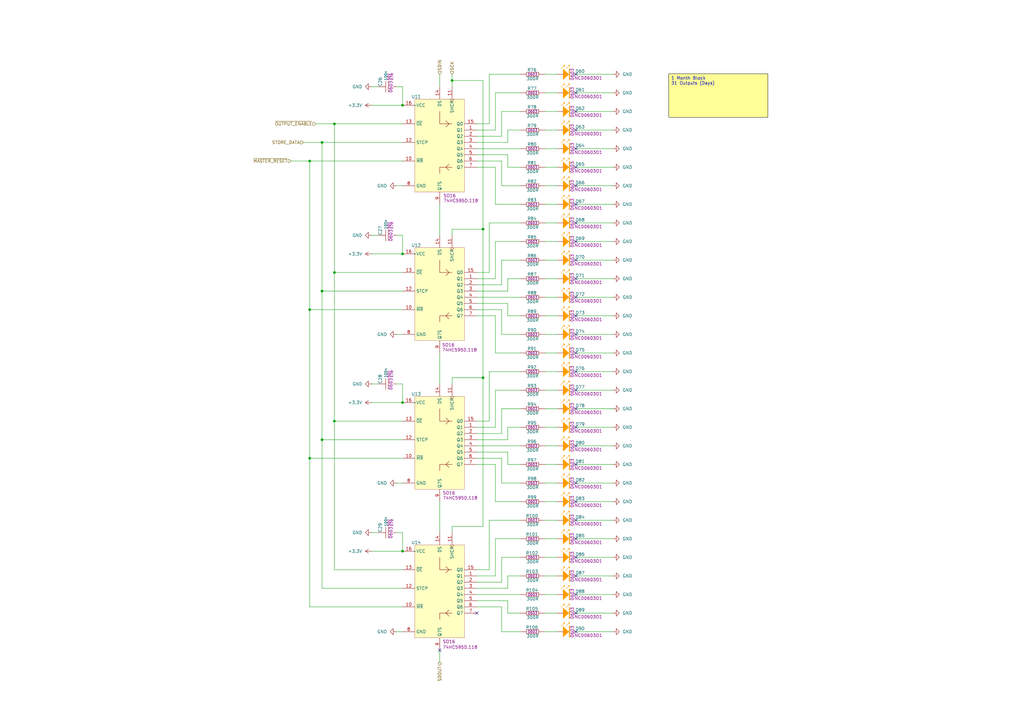
<source format=kicad_sch>
(kicad_sch (version 20250114) (generator "eeschema") (generator_version "9.0")
  (paper "A3")
  (title_block (date "2025-08-08") (rev "1"))
  (text_box "1 Month Block\n31 Outputs (Days)" (at 314.96 30.3022 0) (size -40.64 17.78) (margins 0.9525 0.9525 0.9525 0.9525) (stroke (width 0) (color 0 0 0 1)) (fill (type color) (color 255 255 150 1)) (effects (font (size 1.27 1.27)) (justify left top)))
  (junction (at 132.08 180.34))
  (junction (at 165.1 165.1))
  (junction (at 132.08 58.42))
  (junction (at 165.1 104.14))
  (junction (at 137.16 172.72))
  (junction (at 127 66.04))
  (junction (at 165.1 43.18))
  (junction (at 185.42 33.02))
  (junction (at 127 127))
  (junction (at 165.1 226.06))
  (junction (at 132.08 119.38))
  (junction (at 127 187.96))
  (junction (at 198.12 93.98))
  (junction (at 137.16 50.8))
  (junction (at 137.16 111.76))
  (junction (at 198.12 154.94))
  (no_connect (at 236.22 129.54))
  (no_connect (at 236.22 167.64))
  (no_connect (at 236.22 53.34))
  (no_connect (at 236.22 182.88))
  (no_connect (at 236.22 114.3))
  (no_connect (at 236.22 144.78))
  (no_connect (at 236.22 220.98))
  (no_connect (at 236.22 91.44))
  (no_connect (at 236.22 38.1))
  (no_connect (at 236.22 251.46))
  (no_connect (at 236.22 30.48))
  (no_connect (at 236.22 137.16))
  (no_connect (at 236.22 205.74))
  (no_connect (at 180.34 266.7))
  (no_connect (at 236.22 76.2))
  (no_connect (at 236.22 83.82))
  (no_connect (at 236.22 99.06))
  (no_connect (at 236.22 68.58))
  (no_connect (at 236.22 190.5))
  (no_connect (at 236.22 106.68))
  (no_connect (at 236.22 243.84))
  (no_connect (at 195.58 251.46))
  (no_connect (at 236.22 259.08))
  (no_connect (at 236.22 228.6))
  (no_connect (at 236.22 121.92))
  (no_connect (at 236.22 152.4))
  (no_connect (at 236.22 236.22))
  (no_connect (at 236.22 45.72))
  (no_connect (at 236.22 175.26))
  (no_connect (at 236.22 213.36))
  (no_connect (at 236.22 60.96))
  (no_connect (at 236.22 198.12))
  (no_connect (at 236.22 160.02))
  (wire (pts (xy 205.74 45.72) (xy 213.36 45.72)))
  (wire (pts (xy 203.2 83.82) (xy 213.36 83.82)))
  (wire (pts (xy 137.16 50.8) (xy 137.16 111.76)))
  (wire (pts (xy 208.28 63.5) (xy 208.28 68.58)))
  (wire (pts (xy 223.52 76.2) (xy 228.6 76.2)))
  (wire (pts (xy 208.28 129.54) (xy 213.36 129.54)))
  (wire (pts (xy 198.12 215.9) (xy 185.42 215.9)))
  (wire (pts (xy 223.52 198.12) (xy 228.6 198.12)))
  (wire (pts (xy 165.1 259.08) (xy 162.56 259.08)))
  (wire (pts (xy 127 127) (xy 127 187.96)))
  (wire (pts (xy 236.22 53.34) (xy 251.46 53.34)))
  (wire (pts (xy 195.58 53.34) (xy 203.2 53.34)))
  (wire (pts (xy 236.22 76.2) (xy 251.46 76.2)))
  (wire (pts (xy 223.52 160.02) (xy 228.6 160.02)))
  (wire (pts (xy 208.28 236.22) (xy 213.36 236.22)))
  (wire (pts (xy 165.1 104.14) (xy 165.1 96.52)))
  (wire (pts (xy 203.2 160.02) (xy 213.36 160.02)))
  (wire (pts (xy 236.22 175.26) (xy 251.46 175.26)))
  (wire (pts (xy 165.1 58.42) (xy 132.08 58.42)))
  (wire (pts (xy 198.12 93.98) (xy 198.12 154.94)))
  (wire (pts (xy 154.94 157.48) (xy 152.4 157.48)))
  (wire (pts (xy 132.08 241.3) (xy 165.1 241.3)))
  (wire (pts (xy 203.2 99.06) (xy 213.36 99.06)))
  (wire (pts (xy 200.66 91.44) (xy 213.36 91.44)))
  (wire (pts (xy 132.08 119.38) (xy 165.1 119.38)))
  (wire (pts (xy 236.22 121.92) (xy 251.46 121.92)))
  (wire (pts (xy 223.52 182.88) (xy 228.6 182.88)))
  (wire (pts (xy 236.22 243.84) (xy 251.46 243.84)))
  (wire (pts (xy 236.22 198.12) (xy 251.46 198.12)))
  (wire (pts (xy 205.74 259.08) (xy 213.36 259.08)))
  (wire (pts (xy 185.42 33.02) (xy 185.42 35.56)))
  (wire (pts (xy 137.16 111.76) (xy 165.1 111.76)))
  (wire (pts (xy 236.22 152.4) (xy 251.46 152.4)))
  (wire (pts (xy 223.52 175.26) (xy 228.6 175.26)))
  (wire (pts (xy 208.28 68.58) (xy 213.36 68.58)))
  (wire (pts (xy 205.74 127) (xy 205.74 137.16)))
  (wire (pts (xy 137.16 111.76) (xy 137.16 172.72)))
  (wire (pts (xy 180.34 266.7) (xy 180.34 271.78)))
  (wire (pts (xy 236.22 190.5) (xy 251.46 190.5)))
  (wire (pts (xy 236.22 182.88) (xy 251.46 182.88)))
  (wire (pts (xy 165.1 104.14) (xy 152.4 104.14)))
  (wire (pts (xy 236.22 236.22) (xy 251.46 236.22)))
  (wire (pts (xy 185.42 93.98) (xy 185.42 96.52)))
  (wire (pts (xy 236.22 83.82) (xy 251.46 83.82)))
  (wire (pts (xy 223.52 60.96) (xy 228.6 60.96)))
  (wire (pts (xy 195.58 124.46) (xy 208.28 124.46)))
  (wire (pts (xy 195.58 119.38) (xy 208.28 119.38)))
  (wire (pts (xy 195.58 111.76) (xy 200.66 111.76)))
  (wire (pts (xy 223.52 106.68) (xy 228.6 106.68)))
  (wire (pts (xy 165.1 137.16) (xy 162.56 137.16)))
  (wire (pts (xy 223.52 45.72) (xy 228.6 45.72)))
  (wire (pts (xy 223.52 121.92) (xy 228.6 121.92)))
  (wire (pts (xy 208.28 246.38) (xy 208.28 251.46)))
  (wire (pts (xy 195.58 241.3) (xy 208.28 241.3)))
  (wire (pts (xy 223.52 137.16) (xy 228.6 137.16)))
  (wire (pts (xy 205.74 137.16) (xy 213.36 137.16)))
  (wire (pts (xy 208.28 185.42) (xy 208.28 190.5)))
  (wire (pts (xy 223.52 144.78) (xy 228.6 144.78)))
  (wire (pts (xy 236.22 38.1) (xy 251.46 38.1)))
  (wire (pts (xy 223.52 220.98) (xy 228.6 220.98)))
  (wire (pts (xy 208.28 58.42) (xy 208.28 53.34)))
  (wire (pts (xy 203.2 236.22) (xy 203.2 220.98)))
  (wire (pts (xy 165.1 157.48) (xy 162.56 157.48)))
  (wire (pts (xy 132.08 180.34) (xy 165.1 180.34)))
  (wire (pts (xy 195.58 55.88) (xy 205.74 55.88)))
  (wire (pts (xy 154.94 96.52) (xy 152.4 96.52)))
  (wire (pts (xy 127 127) (xy 165.1 127)))
  (wire (pts (xy 236.22 144.78) (xy 251.46 144.78)))
  (wire (pts (xy 165.1 43.18) (xy 152.4 43.18)))
  (wire (pts (xy 223.52 236.22) (xy 228.6 236.22)))
  (wire (pts (xy 165.1 66.04) (xy 127 66.04)))
  (wire (pts (xy 205.74 76.2) (xy 213.36 76.2)))
  (wire (pts (xy 223.52 53.34) (xy 228.6 53.34)))
  (wire (pts (xy 203.2 114.3) (xy 203.2 99.06)))
  (wire (pts (xy 236.22 160.02) (xy 251.46 160.02)))
  (wire (pts (xy 208.28 175.26) (xy 213.36 175.26)))
  (wire (pts (xy 195.58 236.22) (xy 203.2 236.22)))
  (wire (pts (xy 185.42 33.02) (xy 198.12 33.02)))
  (wire (pts (xy 223.52 38.1) (xy 228.6 38.1)))
  (wire (pts (xy 132.08 58.42) (xy 132.08 119.38)))
  (wire (pts (xy 165.1 218.44) (xy 162.56 218.44)))
  (wire (pts (xy 236.22 205.74) (xy 251.46 205.74)))
  (wire (pts (xy 137.16 50.8) (xy 129.54 50.8)))
  (wire (pts (xy 165.1 165.1) (xy 165.1 157.48)))
  (wire (pts (xy 200.66 233.68) (xy 200.66 213.36)))
  (wire (pts (xy 203.2 220.98) (xy 213.36 220.98)))
  (wire (pts (xy 223.52 228.6) (xy 228.6 228.6)))
  (wire (pts (xy 180.34 83.82) (xy 180.34 96.52)))
  (wire (pts (xy 200.66 30.48) (xy 213.36 30.48)))
  (wire (pts (xy 152.4 218.44) (xy 154.94 218.44)))
  (wire (pts (xy 200.66 213.36) (xy 213.36 213.36)))
  (wire (pts (xy 223.52 30.48) (xy 228.6 30.48)))
  (wire (pts (xy 208.28 124.46) (xy 208.28 129.54)))
  (wire (pts (xy 223.52 129.54) (xy 228.6 129.54)))
  (wire (pts (xy 205.74 66.04) (xy 205.74 76.2)))
  (wire (pts (xy 205.74 106.68) (xy 213.36 106.68)))
  (wire (pts (xy 200.66 152.4) (xy 213.36 152.4)))
  (wire (pts (xy 185.42 215.9) (xy 185.42 218.44)))
  (wire (pts (xy 236.22 106.68) (xy 251.46 106.68)))
  (wire (pts (xy 205.74 116.84) (xy 205.74 106.68)))
  (wire (pts (xy 180.34 205.74) (xy 180.34 218.44)))
  (wire (pts (xy 236.22 68.58) (xy 251.46 68.58)))
  (wire (pts (xy 208.28 190.5) (xy 213.36 190.5)))
  (wire (pts (xy 195.58 127) (xy 205.74 127)))
  (wire (pts (xy 203.2 38.1) (xy 213.36 38.1)))
  (wire (pts (xy 195.58 60.96) (xy 213.36 60.96)))
  (wire (pts (xy 185.42 154.94) (xy 185.42 157.48)))
  (wire (pts (xy 223.52 167.64) (xy 228.6 167.64)))
  (wire (pts (xy 195.58 182.88) (xy 213.36 182.88)))
  (wire (pts (xy 195.58 172.72) (xy 200.66 172.72)))
  (wire (pts (xy 205.74 238.76) (xy 205.74 228.6)))
  (wire (pts (xy 208.28 119.38) (xy 208.28 114.3)))
  (wire (pts (xy 208.28 180.34) (xy 208.28 175.26)))
  (wire (pts (xy 236.22 45.72) (xy 251.46 45.72)))
  (wire (pts (xy 223.52 243.84) (xy 228.6 243.84)))
  (wire (pts (xy 195.58 238.76) (xy 205.74 238.76)))
  (wire (pts (xy 137.16 172.72) (xy 137.16 233.68)))
  (wire (pts (xy 203.2 129.54) (xy 203.2 144.78)))
  (wire (pts (xy 200.66 111.76) (xy 200.66 91.44)))
  (wire (pts (xy 236.22 60.96) (xy 251.46 60.96)))
  (wire (pts (xy 127 66.04) (xy 127 127)))
  (wire (pts (xy 132.08 180.34) (xy 132.08 241.3)))
  (wire (pts (xy 127 66.04) (xy 119.38 66.04)))
  (wire (pts (xy 127 187.96) (xy 165.1 187.96)))
  (wire (pts (xy 165.1 226.06) (xy 152.4 226.06)))
  (wire (pts (xy 203.2 53.34) (xy 203.2 38.1)))
  (wire (pts (xy 223.52 152.4) (xy 228.6 152.4)))
  (wire (pts (xy 236.22 137.16) (xy 251.46 137.16)))
  (wire (pts (xy 198.12 154.94) (xy 185.42 154.94)))
  (wire (pts (xy 132.08 119.38) (xy 132.08 180.34)))
  (wire (pts (xy 236.22 251.46) (xy 251.46 251.46)))
  (wire (pts (xy 195.58 180.34) (xy 208.28 180.34)))
  (wire (pts (xy 236.22 213.36) (xy 251.46 213.36)))
  (wire (pts (xy 195.58 177.8) (xy 205.74 177.8)))
  (wire (pts (xy 127 187.96) (xy 127 248.92)))
  (wire (pts (xy 223.52 83.82) (xy 228.6 83.82)))
  (wire (pts (xy 165.1 43.18) (xy 165.1 35.56)))
  (wire (pts (xy 195.58 175.26) (xy 203.2 175.26)))
  (wire (pts (xy 165.1 76.2) (xy 162.56 76.2)))
  (wire (pts (xy 208.28 53.34) (xy 213.36 53.34)))
  (wire (pts (xy 203.2 68.58) (xy 203.2 83.82)))
  (wire (pts (xy 132.08 58.42) (xy 124.46 58.42)))
  (wire (pts (xy 208.28 114.3) (xy 213.36 114.3)))
  (wire (pts (xy 200.66 172.72) (xy 200.66 152.4)))
  (wire (pts (xy 195.58 190.5) (xy 203.2 190.5)))
  (wire (pts (xy 195.58 66.04) (xy 205.74 66.04)))
  (wire (pts (xy 195.58 248.92) (xy 205.74 248.92)))
  (wire (pts (xy 236.22 114.3) (xy 251.46 114.3)))
  (wire (pts (xy 195.58 58.42) (xy 208.28 58.42)))
  (wire (pts (xy 223.52 99.06) (xy 228.6 99.06)))
  (wire (pts (xy 203.2 190.5) (xy 203.2 205.74)))
  (wire (pts (xy 180.34 35.56) (xy 180.34 30.48)))
  (wire (pts (xy 236.22 99.06) (xy 251.46 99.06)))
  (wire (pts (xy 198.12 154.94) (xy 198.12 215.9)))
  (wire (pts (xy 195.58 63.5) (xy 208.28 63.5)))
  (wire (pts (xy 198.12 33.02) (xy 198.12 93.98)))
  (wire (pts (xy 165.1 96.52) (xy 162.56 96.52)))
  (wire (pts (xy 205.74 198.12) (xy 213.36 198.12)))
  (wire (pts (xy 195.58 243.84) (xy 213.36 243.84)))
  (wire (pts (xy 137.16 172.72) (xy 165.1 172.72)))
  (wire (pts (xy 198.12 93.98) (xy 185.42 93.98)))
  (wire (pts (xy 223.52 205.74) (xy 228.6 205.74)))
  (wire (pts (xy 185.42 30.48) (xy 185.42 33.02)))
  (wire (pts (xy 205.74 177.8) (xy 205.74 167.64)))
  (wire (pts (xy 195.58 185.42) (xy 208.28 185.42)))
  (wire (pts (xy 205.74 248.92) (xy 205.74 259.08)))
  (wire (pts (xy 223.52 213.36) (xy 228.6 213.36)))
  (wire (pts (xy 195.58 246.38) (xy 208.28 246.38)))
  (wire (pts (xy 195.58 121.92) (xy 213.36 121.92)))
  (wire (pts (xy 205.74 167.64) (xy 213.36 167.64)))
  (wire (pts (xy 154.94 35.56) (xy 152.4 35.56)))
  (wire (pts (xy 223.52 68.58) (xy 228.6 68.58)))
  (wire (pts (xy 195.58 68.58) (xy 203.2 68.58)))
  (wire (pts (xy 165.1 165.1) (xy 152.4 165.1)))
  (wire (pts (xy 205.74 187.96) (xy 205.74 198.12)))
  (wire (pts (xy 195.58 187.96) (xy 205.74 187.96)))
  (wire (pts (xy 165.1 198.12) (xy 162.56 198.12)))
  (wire (pts (xy 236.22 129.54) (xy 251.46 129.54)))
  (wire (pts (xy 205.74 55.88) (xy 205.74 45.72)))
  (wire (pts (xy 205.74 228.6) (xy 213.36 228.6)))
  (wire (pts (xy 203.2 175.26) (xy 203.2 160.02)))
  (wire (pts (xy 236.22 228.6) (xy 251.46 228.6)))
  (wire (pts (xy 203.2 144.78) (xy 213.36 144.78)))
  (wire (pts (xy 195.58 114.3) (xy 203.2 114.3)))
  (wire (pts (xy 236.22 167.64) (xy 251.46 167.64)))
  (wire (pts (xy 165.1 226.06) (xy 165.1 218.44)))
  (wire (pts (xy 223.52 251.46) (xy 228.6 251.46)))
  (wire (pts (xy 236.22 220.98) (xy 251.46 220.98)))
  (wire (pts (xy 165.1 35.56) (xy 162.56 35.56)))
  (wire (pts (xy 195.58 129.54) (xy 203.2 129.54)))
  (wire (pts (xy 203.2 205.74) (xy 213.36 205.74)))
  (wire (pts (xy 195.58 233.68) (xy 200.66 233.68)))
  (wire (pts (xy 165.1 50.8) (xy 137.16 50.8)))
  (wire (pts (xy 223.52 91.44) (xy 228.6 91.44)))
  (wire (pts (xy 236.22 259.08) (xy 251.46 259.08)))
  (wire (pts (xy 195.58 116.84) (xy 205.74 116.84)))
  (wire (pts (xy 236.22 91.44) (xy 251.46 91.44)))
  (wire (pts (xy 208.28 241.3) (xy 208.28 236.22)))
  (wire (pts (xy 180.34 144.78) (xy 180.34 157.48)))
  (wire (pts (xy 137.16 233.68) (xy 165.1 233.68)))
  (wire (pts (xy 223.52 190.5) (xy 228.6 190.5)))
  (wire (pts (xy 127 248.92) (xy 165.1 248.92)))
  (wire (pts (xy 208.28 251.46) (xy 213.36 251.46)))
  (wire (pts (xy 195.58 50.8) (xy 200.66 50.8)))
  (wire (pts (xy 200.66 50.8) (xy 200.66 30.48)))
  (wire (pts (xy 223.52 259.08) (xy 228.6 259.08)))
  (wire (pts (xy 236.22 30.48) (xy 251.46 30.48)))
  (wire (pts (xy 223.52 114.3) (xy 228.6 114.3)))
  (hierarchical_label "SDOUT" (shape output) (at 180.34 271.78 270))
  (hierarchical_label "STORE_DATA" (shape input) (at 124.46 58.42 180))
  (hierarchical_label "~{OUTPUT_ENABLE}" (shape input) (at 129.54 50.8 180))
  (hierarchical_label "~{MASTER_RESET}" (shape input) (at 119.38 66.04 180))
  (hierarchical_label "SDIN" (shape input) (at 180.34 30.48 90))
  (hierarchical_label "SCK" (shape input) (at 185.42 30.48 90))
  (symbol (lib_id "power:GND") (at 251.46 45.72 90) (unit 1)
    (property "Reference" "#PWR050" (effects (hide yes)))
    (property "Value" "GND" (at 255.27 45.7199 90) (effects (justify right)))
    (property "Description" "Power symbol creates a global label with name \"GND\" , ground" (effects (hide yes)))
    (instances (project "PCB_LED_CALENDAR" (path "" (reference "#PWR050") (unit 1)) (path "" (reference "#PWR066") (unit 1)) (path "" (reference "#PWR0379") (unit 1)) (path "" (reference "#PWR0424") (unit 1)) (path "" (reference "#PWR089") (unit 1)) (path "" (reference "#PWR0196") (unit 1)) (path "" (reference "#PWR0517") (unit 1)) (path "" (reference "#PWR0334") (unit 1)) (path "" (reference "#PWR0287") (unit 1)) (path "" (reference "#PWR0471") (unit 1)) (path "" (reference "#PWR0242") (unit 1)) (path "" (reference "#PWR0560") (unit 1))))
  )
  (symbol (lib_id "SCH_LIB:R_0603_300R_1%") (at 213.36 137.16 0) (unit 1)
    (property "Reference" "R90" (at 218.186 135.382 0))
    (property "Value" "300R" (at 218.44 138.938 0))
    (property "Footprint" "PCB_LIB:R_0603_1608" (effects (hide yes)))
    (property "Description" "Resistor" (effects (hide yes)))
    (property "SCH_FOOTPRINT" "0603" (at 218.44 137.16 0) (effects (font (size 1.016 1.016))))
    (property "Tolerance" "1%" (effects (hide yes)))
    (property "Manufacturer" "Yageo" (effects (hide yes)))
    (property "Manufacturer Part Number" "RC0603FR-07300RL" (effects (hide yes)))
    (instances (project "PCB_LED_CALENDAR" (path "" (reference "R90") (unit 1)) (path "" (reference "R31") (unit 1)) (path "" (reference "R276") (unit 1)) (path "" (reference "R307") (unit 1)) (path "" (reference "R121") (unit 1)) (path "" (reference "R152") (unit 1)) (path "" (reference "R369") (unit 1)) (path "" (reference "R245") (unit 1)) (path "" (reference "R214") (unit 1)) (path "" (reference "R338") (unit 1)) (path "" (reference "R183") (unit 1)) (path "" (reference "R400") (unit 1))))
  )
  (symbol (lib_id "power:GND") (at 162.56 198.12 270) (unit 1)
    (property "Reference" "#PWR045" (effects (hide yes)))
    (property "Value" "GND" (at 158.75 198.1199 90) (effects (justify right)))
    (property "Description" "Power symbol creates a global label with name \"GND\" , ground" (effects (hide yes)))
    (instances (project "PCB_LED_CALENDAR" (path "" (reference "#PWR045") (unit 1)) (path "" (reference "#PWR062") (unit 1)) (path "" (reference "#PWR0375") (unit 1)) (path "" (reference "#PWR0420") (unit 1)) (path "" (reference "#PWR084") (unit 1)) (path "" (reference "#PWR0190") (unit 1)) (path "" (reference "#PWR0512") (unit 1)) (path "" (reference "#PWR0328") (unit 1)) (path "" (reference "#PWR0283") (unit 1)) (path "" (reference "#PWR0467") (unit 1)) (path "" (reference "#PWR0238") (unit 1)) (path "" (reference "#PWR0556") (unit 1))))
  )
  (symbol (lib_id "SCH_LIB:R_0603_300R_1%") (at 213.36 251.46 0) (unit 1)
    (property "Reference" "R105" (at 218.186 249.682 0))
    (property "Value" "300R" (at 218.44 253.238 0))
    (property "Footprint" "PCB_LIB:R_0603_1608" (effects (hide yes)))
    (property "Description" "Resistor" (effects (hide yes)))
    (property "SCH_FOOTPRINT" "0603" (at 218.44 251.46 0) (effects (font (size 1.016 1.016))))
    (property "Tolerance" "1%" (effects (hide yes)))
    (property "Manufacturer" "Yageo" (effects (hide yes)))
    (property "Manufacturer Part Number" "RC0603FR-07300RL" (effects (hide yes)))
    (instances (project "PCB_LED_CALENDAR" (path "" (reference "R105") (unit 1)) (path "" (reference "R46") (unit 1)) (path "" (reference "R291") (unit 1)) (path "" (reference "R322") (unit 1)) (path "" (reference "R136") (unit 1)) (path "" (reference "R167") (unit 1)) (path "" (reference "R384") (unit 1)) (path "" (reference "R260") (unit 1)) (path "" (reference "R229") (unit 1)) (path "" (reference "R353") (unit 1)) (path "" (reference "R198") (unit 1)) (path "" (reference "R415") (unit 1))))
  )
  (symbol (lib_id "power:GND") (at 162.56 76.2 270) (unit 1)
    (property "Reference" "#PWR035" (effects (hide yes)))
    (property "Value" "GND" (at 158.75 76.1999 90) (effects (justify right)))
    (property "Description" "Power symbol creates a global label with name \"GND\" , ground" (effects (hide yes)))
    (instances (project "PCB_LED_CALENDAR" (path "" (reference "#PWR035") (unit 1)) (path "" (reference "#PWR060") (unit 1)) (path "" (reference "#PWR0373") (unit 1)) (path "" (reference "#PWR0418") (unit 1)) (path "" (reference "#PWR082") (unit 1)) (path "" (reference "#PWR0188") (unit 1)) (path "" (reference "#PWR0510") (unit 1)) (path "" (reference "#PWR0326") (unit 1)) (path "" (reference "#PWR0281") (unit 1)) (path "" (reference "#PWR0465") (unit 1)) (path "" (reference "#PWR0236") (unit 1)) (path "" (reference "#PWR0554") (unit 1))))
  )
  (symbol (lib_id "power:GND") (at 251.46 30.48 90) (unit 1)
    (property "Reference" "#PWR047" (effects (hide yes)))
    (property "Value" "GND" (at 255.27 30.4799 90) (effects (justify right)))
    (property "Description" "Power symbol creates a global label with name \"GND\" , ground" (effects (hide yes)))
    (instances (project "PCB_LED_CALENDAR" (path "" (reference "#PWR047") (unit 1)) (path "" (reference "#PWR064") (unit 1)) (path "" (reference "#PWR0377") (unit 1)) (path "" (reference "#PWR0422") (unit 1)) (path "" (reference "#PWR087") (unit 1)) (path "" (reference "#PWR0194") (unit 1)) (path "" (reference "#PWR0515") (unit 1)) (path "" (reference "#PWR0330") (unit 1)) (path "" (reference "#PWR0285") (unit 1)) (path "" (reference "#PWR0469") (unit 1)) (path "" (reference "#PWR0240") (unit 1)) (path "" (reference "#PWR0558") (unit 1))))
  )
  (symbol (lib_id "SCH_LIB:U_74HC595D,118") (at 170.18 104.14 0) (unit 1)
    (property "Reference" "U12" (at 170.688 100.584 0))
    (property "Value" "~" (at 170.18 104.14 0))
    (property "Footprint" "PCB_LIB:U_74HC595D,118" (effects (hide yes)))
    (property "Description" "8-bit serial-in, serial or parallel-out shift register with output latches; 3-state" (effects (hide yes)))
    (property "Manufacturer" "Nexperia" (effects (hide yes)))
    (property "Manufacturer Part Number" "74HC595D,118" (at 188.468 143.51 0))
    (property "SCH_FOOTPRINT" "SO16" (at 183.896 141.478 0))
    (instances (project "PCB_LED_CALENDAR" (path "" (reference "U12") (unit 1)) (path "" (reference "U4") (unit 1)) (path "" (reference "U36") (unit 1)) (path "" (reference "U40") (unit 1)) (path "" (reference "U16") (unit 1)) (path "" (reference "U20") (unit 1)) (path "" (reference "U48") (unit 1)) (path "" (reference "U32") (unit 1)) (path "" (reference "U28") (unit 1)) (path "" (reference "U44") (unit 1)) (path "" (reference "U24") (unit 1)) (path "" (reference "U52") (unit 1))))
  )
  (symbol (lib_id "power:GND") (at 251.46 228.6 90) (unit 1)
    (property "Reference" "#PWR0461" (effects (hide yes)))
    (property "Value" "GND" (at 255.27 228.5999 90) (effects (justify right)))
    (property "Description" "Power symbol creates a global label with name \"GND\" , ground" (effects (hide yes)))
    (instances (project "PCB_LED_CALENDAR" (path "" (reference "#PWR0461") (unit 1)) (path "" (reference "#PWR0103") (unit 1)) (path "" (reference "#PWR0403") (unit 1)) (path "" (reference "#PWR0450") (unit 1)) (path "" (reference "#PWR0175") (unit 1)) (path "" (reference "#PWR0221") (unit 1)) (path "" (reference "#PWR0541") (unit 1)) (path "" (reference "#PWR0358") (unit 1)) (path "" (reference "#PWR0313") (unit 1)) (path "" (reference "#PWR0497") (unit 1)) (path "" (reference "#PWR0266") (unit 1)) (path "" (reference "#PWR0584") (unit 1))))
  )
  (symbol (lib_id "power:GND") (at 152.4 96.52 270) (unit 1)
    (property "Reference" "#PWR037" (effects (hide yes)))
    (property "Value" "GND" (at 148.59 96.5199 90) (effects (justify right)))
    (property "Description" "Power symbol creates a global label with name \"GND\" , ground" (effects (hide yes)))
    (instances (project "PCB_LED_CALENDAR" (path "" (reference "#PWR037") (unit 1)) (path "" (reference "#PWR054") (unit 1)) (path "" (reference "#PWR0365") (unit 1)) (path "" (reference "#PWR0412") (unit 1)) (path "" (reference "#PWR052") (unit 1)) (path "" (reference "#PWR0182") (unit 1)) (path "" (reference "#PWR0504") (unit 1)) (path "" (reference "#PWR0320") (unit 1)) (path "" (reference "#PWR0275") (unit 1)) (path "" (reference "#PWR0457") (unit 1)) (path "" (reference "#PWR0228") (unit 1)) (path "" (reference "#PWR0548") (unit 1))))
  )
  (symbol (lib_id "power:GND") (at 251.46 99.06 90) (unit 1)
    (property "Reference" "#PWR0153" (effects (hide yes)))
    (property "Value" "GND" (at 255.27 99.0599 90) (effects (justify right)))
    (property "Description" "Power symbol creates a global label with name \"GND\" , ground" (effects (hide yes)))
    (instances (project "PCB_LED_CALENDAR" (path "" (reference "#PWR0153") (unit 1)) (path "" (reference "#PWR073") (unit 1)) (path "" (reference "#PWR0386") (unit 1)) (path "" (reference "#PWR0431") (unit 1)) (path "" (reference "#PWR0158") (unit 1)) (path "" (reference "#PWR0203") (unit 1)) (path "" (reference "#PWR0524") (unit 1)) (path "" (reference "#PWR0341") (unit 1)) (path "" (reference "#PWR0294") (unit 1)) (path "" (reference "#PWR0478") (unit 1)) (path "" (reference "#PWR0249") (unit 1)) (path "" (reference "#PWR0567") (unit 1))))
  )
  (symbol (lib_id "power:GND") (at 251.46 213.36 90) (unit 1)
    (property "Reference" "#PWR0437" (effects (hide yes)))
    (property "Value" "GND" (at 255.27 213.3599 90) (effects (justify right)))
    (property "Description" "Power symbol creates a global label with name \"GND\" , ground" (effects (hide yes)))
    (instances (project "PCB_LED_CALENDAR" (path "" (reference "#PWR0437") (unit 1)) (path "" (reference "#PWR0101") (unit 1)) (path "" (reference "#PWR0401") (unit 1)) (path "" (reference "#PWR0448") (unit 1)) (path "" (reference "#PWR0173") (unit 1)) (path "" (reference "#PWR0218") (unit 1)) (path "" (reference "#PWR0539") (unit 1)) (path "" (reference "#PWR0356") (unit 1)) (path "" (reference "#PWR0311") (unit 1)) (path "" (reference "#PWR0495") (unit 1)) (path "" (reference "#PWR0264") (unit 1)) (path "" (reference "#PWR0582") (unit 1))))
  )
  (symbol (lib_id "SCH_LIB:OL_NCD0603O1") (at 228.6 198.12 0) (unit 1)
    (property "Reference" "D82" (at 235.966 196.85 0) (effects (justify left)))
    (property "Footprint" "PCB_LIB:OL_NCD0603O1" (effects (hide yes)))
    (property "Description" "Orange 130° 65mW 1.6V~2.6V 0603" (effects (hide yes)))
    (property "SCH_FOOTPRINT" "0603" (at 234.696 198.12 90))
    (property "Manufacturer" "Foshan NationStar Optoelectronics" (effects (hide yes)))
    (property "Manufacturer Part Number" "NCD0603O1" (at 241.3 199.644 0))
    (instances (project "PCB_LED_CALENDAR" (path "" (reference "D82") (unit 1)) (path "" (reference "D23") (unit 1)) (path "" (reference "D268") (unit 1)) (path "" (reference "D299") (unit 1)) (path "" (reference "D113") (unit 1)) (path "" (reference "D144") (unit 1)) (path "" (reference "D361") (unit 1)) (path "" (reference "D237") (unit 1)) (path "" (reference "D206") (unit 1)) (path "" (reference "D330") (unit 1)) (path "" (reference "D175") (unit 1)) (path "" (reference "D392") (unit 1))))
  )
  (symbol (lib_id "power:GND") (at 251.46 76.2 90) (unit 1)
    (property "Reference" "#PWR0113" (effects (hide yes)))
    (property "Value" "GND" (at 255.27 76.1999 90) (effects (justify right)))
    (property "Description" "Power symbol creates a global label with name \"GND\" , ground" (effects (hide yes)))
    (instances (project "PCB_LED_CALENDAR" (path "" (reference "#PWR0113") (unit 1)) (path "" (reference "#PWR070") (unit 1)) (path "" (reference "#PWR0383") (unit 1)) (path "" (reference "#PWR0428") (unit 1)) (path "" (reference "#PWR0155") (unit 1)) (path "" (reference "#PWR0200") (unit 1)) (path "" (reference "#PWR0521") (unit 1)) (path "" (reference "#PWR0338") (unit 1)) (path "" (reference "#PWR0291") (unit 1)) (path "" (reference "#PWR0475") (unit 1)) (path "" (reference "#PWR0246") (unit 1)) (path "" (reference "#PWR0564") (unit 1))))
  )
  (symbol (lib_id "SCH_LIB:OL_NCD0603O1") (at 228.6 220.98 0) (unit 1)
    (property "Reference" "D85" (at 235.966 219.71 0) (effects (justify left)))
    (property "Footprint" "PCB_LIB:OL_NCD0603O1" (effects (hide yes)))
    (property "Description" "Orange 130° 65mW 1.6V~2.6V 0603" (effects (hide yes)))
    (property "SCH_FOOTPRINT" "0603" (at 234.696 220.98 90))
    (property "Manufacturer" "Foshan NationStar Optoelectronics" (effects (hide yes)))
    (property "Manufacturer Part Number" "NCD0603O1" (at 241.3 222.504 0))
    (instances (project "PCB_LED_CALENDAR" (path "" (reference "D85") (unit 1)) (path "" (reference "D26") (unit 1)) (path "" (reference "D271") (unit 1)) (path "" (reference "D302") (unit 1)) (path "" (reference "D116") (unit 1)) (path "" (reference "D147") (unit 1)) (path "" (reference "D364") (unit 1)) (path "" (reference "D240") (unit 1)) (path "" (reference "D209") (unit 1)) (path "" (reference "D333") (unit 1)) (path "" (reference "D178") (unit 1)) (path "" (reference "D395") (unit 1))))
  )
  (symbol (lib_id "SCH_LIB:OL_NCD0603O1") (at 228.6 251.46 0) (unit 1)
    (property "Reference" "D89" (at 235.966 250.19 0) (effects (justify left)))
    (property "Footprint" "PCB_LIB:OL_NCD0603O1" (effects (hide yes)))
    (property "Description" "Orange 130° 65mW 1.6V~2.6V 0603" (effects (hide yes)))
    (property "SCH_FOOTPRINT" "0603" (at 234.696 251.46 90))
    (property "Manufacturer" "Foshan NationStar Optoelectronics" (effects (hide yes)))
    (property "Manufacturer Part Number" "NCD0603O1" (at 241.3 252.984 0))
    (instances (project "PCB_LED_CALENDAR" (path "" (reference "D89") (unit 1)) (path "" (reference "D30") (unit 1)) (path "" (reference "D275") (unit 1)) (path "" (reference "D306") (unit 1)) (path "" (reference "D120") (unit 1)) (path "" (reference "D151") (unit 1)) (path "" (reference "D368") (unit 1)) (path "" (reference "D244") (unit 1)) (path "" (reference "D213") (unit 1)) (path "" (reference "D337") (unit 1)) (path "" (reference "D182") (unit 1)) (path "" (reference "D399") (unit 1))))
  )
  (symbol (lib_id "SCH_LIB:OL_NCD0603O1") (at 228.6 30.48 0) (unit 1)
    (property "Reference" "D60" (at 235.966 29.21 0) (effects (justify left)))
    (property "Footprint" "PCB_LIB:OL_NCD0603O1" (effects (hide yes)))
    (property "Description" "Orange 130° 65mW 1.6V~2.6V 0603" (effects (hide yes)))
    (property "SCH_FOOTPRINT" "0603" (at 234.696 30.48 90))
    (property "Manufacturer" "Foshan NationStar Optoelectronics" (effects (hide yes)))
    (property "Manufacturer Part Number" "NCD0603O1" (at 241.3 32.004 0))
    (instances (project "PCB_LED_CALENDAR" (path "" (reference "D60") (unit 1)) (path "" (reference "D1") (unit 1)) (path "" (reference "D246") (unit 1)) (path "" (reference "D277") (unit 1)) (path "" (reference "D91") (unit 1)) (path "" (reference "D122") (unit 1)) (path "" (reference "D339") (unit 1)) (path "" (reference "D215") (unit 1)) (path "" (reference "D184") (unit 1)) (path "" (reference "D308") (unit 1)) (path "" (reference "D153") (unit 1)) (path "" (reference "D370") (unit 1))))
  )
  (symbol (lib_id "SCH_LIB:OL_NCD0603O1") (at 228.6 213.36 0) (unit 1)
    (property "Reference" "D84" (at 235.966 212.09 0) (effects (justify left)))
    (property "Footprint" "PCB_LIB:OL_NCD0603O1" (effects (hide yes)))
    (property "Description" "Orange 130° 65mW 1.6V~2.6V 0603" (effects (hide yes)))
    (property "SCH_FOOTPRINT" "0603" (at 234.696 213.36 90))
    (property "Manufacturer" "Foshan NationStar Optoelectronics" (effects (hide yes)))
    (property "Manufacturer Part Number" "NCD0603O1" (at 241.3 214.884 0))
    (instances (project "PCB_LED_CALENDAR" (path "" (reference "D84") (unit 1)) (path "" (reference "D25") (unit 1)) (path "" (reference "D270") (unit 1)) (path "" (reference "D301") (unit 1)) (path "" (reference "D115") (unit 1)) (path "" (reference "D146") (unit 1)) (path "" (reference "D363") (unit 1)) (path "" (reference "D239") (unit 1)) (path "" (reference "D208") (unit 1)) (path "" (reference "D332") (unit 1)) (path "" (reference "D177") (unit 1)) (path "" (reference "D394") (unit 1))))
  )
  (symbol (lib_id "SCH_LIB:R_0603_300R_1%") (at 213.36 129.54 0) (unit 1)
    (property "Reference" "R89" (at 218.186 127.762 0))
    (property "Value" "300R" (at 218.44 131.318 0))
    (property "Footprint" "PCB_LIB:R_0603_1608" (effects (hide yes)))
    (property "Description" "Resistor" (effects (hide yes)))
    (property "SCH_FOOTPRINT" "0603" (at 218.44 129.54 0) (effects (font (size 1.016 1.016))))
    (property "Tolerance" "1%" (effects (hide yes)))
    (property "Manufacturer" "Yageo" (effects (hide yes)))
    (property "Manufacturer Part Number" "RC0603FR-07300RL" (effects (hide yes)))
    (instances (project "PCB_LED_CALENDAR" (path "" (reference "R89") (unit 1)) (path "" (reference "R30") (unit 1)) (path "" (reference "R275") (unit 1)) (path "" (reference "R306") (unit 1)) (path "" (reference "R120") (unit 1)) (path "" (reference "R151") (unit 1)) (path "" (reference "R368") (unit 1)) (path "" (reference "R244") (unit 1)) (path "" (reference "R213") (unit 1)) (path "" (reference "R337") (unit 1)) (path "" (reference "R182") (unit 1)) (path "" (reference "R399") (unit 1))))
  )
  (symbol (lib_id "SCH_LIB:R_0603_300R_1%") (at 213.36 121.92 0) (unit 1)
    (property "Reference" "R88" (at 218.186 120.142 0))
    (property "Value" "300R" (at 218.44 123.698 0))
    (property "Footprint" "PCB_LIB:R_0603_1608" (effects (hide yes)))
    (property "Description" "Resistor" (effects (hide yes)))
    (property "SCH_FOOTPRINT" "0603" (at 218.44 121.92 0) (effects (font (size 1.016 1.016))))
    (property "Tolerance" "1%" (effects (hide yes)))
    (property "Manufacturer" "Yageo" (effects (hide yes)))
    (property "Manufacturer Part Number" "RC0603FR-07300RL" (effects (hide yes)))
    (instances (project "PCB_LED_CALENDAR" (path "" (reference "R88") (unit 1)) (path "" (reference "R29") (unit 1)) (path "" (reference "R274") (unit 1)) (path "" (reference "R305") (unit 1)) (path "" (reference "R119") (unit 1)) (path "" (reference "R150") (unit 1)) (path "" (reference "R367") (unit 1)) (path "" (reference "R243") (unit 1)) (path "" (reference "R212") (unit 1)) (path "" (reference "R336") (unit 1)) (path "" (reference "R181") (unit 1)) (path "" (reference "R398") (unit 1))))
  )
  (symbol (lib_id "SCH_LIB:R_0603_300R_1%") (at 213.36 213.36 0) (unit 1)
    (property "Reference" "R100" (at 218.186 211.582 0))
    (property "Value" "300R" (at 218.44 215.138 0))
    (property "Footprint" "PCB_LIB:R_0603_1608" (effects (hide yes)))
    (property "Description" "Resistor" (effects (hide yes)))
    (property "SCH_FOOTPRINT" "0603" (at 218.44 213.36 0) (effects (font (size 1.016 1.016))))
    (property "Tolerance" "1%" (effects (hide yes)))
    (property "Manufacturer" "Yageo" (effects (hide yes)))
    (property "Manufacturer Part Number" "RC0603FR-07300RL" (effects (hide yes)))
    (instances (project "PCB_LED_CALENDAR" (path "" (reference "R100") (unit 1)) (path "" (reference "R41") (unit 1)) (path "" (reference "R286") (unit 1)) (path "" (reference "R317") (unit 1)) (path "" (reference "R131") (unit 1)) (path "" (reference "R162") (unit 1)) (path "" (reference "R379") (unit 1)) (path "" (reference "R255") (unit 1)) (path "" (reference "R224") (unit 1)) (path "" (reference "R348") (unit 1)) (path "" (reference "R193") (unit 1)) (path "" (reference "R410") (unit 1))))
  )
  (symbol (lib_id "power:GND") (at 251.46 144.78 90) (unit 1)
    (property "Reference" "#PWR0270" (effects (hide yes)))
    (property "Value" "GND" (at 255.27 144.7799 90) (effects (justify right)))
    (property "Description" "Power symbol creates a global label with name \"GND\" , ground" (effects (hide yes)))
    (instances (project "PCB_LED_CALENDAR" (path "" (reference "#PWR0270") (unit 1)) (path "" (reference "#PWR092") (unit 1)) (path "" (reference "#PWR0392") (unit 1)) (path "" (reference "#PWR0439") (unit 1)) (path "" (reference "#PWR0164") (unit 1)) (path "" (reference "#PWR0209") (unit 1)) (path "" (reference "#PWR0530") (unit 1)) (path "" (reference "#PWR0347") (unit 1)) (path "" (reference "#PWR0300") (unit 1)) (path "" (reference "#PWR0484") (unit 1)) (path "" (reference "#PWR0255") (unit 1)) (path "" (reference "#PWR0573") (unit 1))))
  )
  (symbol (lib_id "power:GND") (at 152.4 218.44 270) (unit 1)
    (property "Reference" "#PWR041" (effects (hide yes)))
    (property "Value" "GND" (at 148.59 218.4399 90) (effects (justify right)))
    (property "Description" "Power symbol creates a global label with name \"GND\" , ground" (effects (hide yes)))
    (instances (project "PCB_LED_CALENDAR" (path "" (reference "#PWR041") (unit 1)) (path "" (reference "#PWR058") (unit 1)) (path "" (reference "#PWR0369") (unit 1)) (path "" (reference "#PWR0416") (unit 1)) (path "" (reference "#PWR080") (unit 1)) (path "" (reference "#PWR0186") (unit 1)) (path "" (reference "#PWR0508") (unit 1)) (path "" (reference "#PWR0324") (unit 1)) (path "" (reference "#PWR0279") (unit 1)) (path "" (reference "#PWR0463") (unit 1)) (path "" (reference "#PWR0234") (unit 1)) (path "" (reference "#PWR0552") (unit 1))))
  )
  (symbol (lib_id "SCH_LIB:R_0603_300R_1%") (at 213.36 205.74 0) (unit 1)
    (property "Reference" "R99" (at 218.186 203.962 0))
    (property "Value" "300R" (at 218.44 207.518 0))
    (property "Footprint" "PCB_LIB:R_0603_1608" (effects (hide yes)))
    (property "Description" "Resistor" (effects (hide yes)))
    (property "SCH_FOOTPRINT" "0603" (at 218.44 205.74 0) (effects (font (size 1.016 1.016))))
    (property "Tolerance" "1%" (effects (hide yes)))
    (property "Manufacturer" "Yageo" (effects (hide yes)))
    (property "Manufacturer Part Number" "RC0603FR-07300RL" (effects (hide yes)))
    (instances (project "PCB_LED_CALENDAR" (path "" (reference "R99") (unit 1)) (path "" (reference "R40") (unit 1)) (path "" (reference "R285") (unit 1)) (path "" (reference "R316") (unit 1)) (path "" (reference "R130") (unit 1)) (path "" (reference "R161") (unit 1)) (path "" (reference "R378") (unit 1)) (path "" (reference "R254") (unit 1)) (path "" (reference "R223") (unit 1)) (path "" (reference "R347") (unit 1)) (path "" (reference "R192") (unit 1)) (path "" (reference "R409") (unit 1))))
  )
  (symbol (lib_id "SCH_LIB:R_0603_300R_1%") (at 213.36 114.3 0) (unit 1)
    (property "Reference" "R87" (at 218.186 112.522 0))
    (property "Value" "300R" (at 218.44 116.078 0))
    (property "Footprint" "PCB_LIB:R_0603_1608" (effects (hide yes)))
    (property "Description" "Resistor" (effects (hide yes)))
    (property "SCH_FOOTPRINT" "0603" (at 218.44 114.3 0) (effects (font (size 1.016 1.016))))
    (property "Tolerance" "1%" (effects (hide yes)))
    (property "Manufacturer" "Yageo" (effects (hide yes)))
    (property "Manufacturer Part Number" "RC0603FR-07300RL" (effects (hide yes)))
    (instances (project "PCB_LED_CALENDAR" (path "" (reference "R87") (unit 1)) (path "" (reference "R28") (unit 1)) (path "" (reference "R273") (unit 1)) (path "" (reference "R304") (unit 1)) (path "" (reference "R118") (unit 1)) (path "" (reference "R149") (unit 1)) (path "" (reference "R366") (unit 1)) (path "" (reference "R242") (unit 1)) (path "" (reference "R211") (unit 1)) (path "" (reference "R335") (unit 1)) (path "" (reference "R180") (unit 1)) (path "" (reference "R397") (unit 1))))
  )
  (symbol (lib_id "power:GND") (at 251.46 152.4 90) (unit 1)
    (property "Reference" "#PWR0308" (effects (hide yes)))
    (property "Value" "GND" (at 255.27 152.3999 90) (effects (justify right)))
    (property "Description" "Power symbol creates a global label with name \"GND\" , ground" (effects (hide yes)))
    (instances (project "PCB_LED_CALENDAR" (path "" (reference "#PWR0308") (unit 1)) (path "" (reference "#PWR093") (unit 1)) (path "" (reference "#PWR0393") (unit 1)) (path "" (reference "#PWR0440") (unit 1)) (path "" (reference "#PWR0165") (unit 1)) (path "" (reference "#PWR0210") (unit 1)) (path "" (reference "#PWR0531") (unit 1)) (path "" (reference "#PWR0348") (unit 1)) (path "" (reference "#PWR0301") (unit 1)) (path "" (reference "#PWR0485") (unit 1)) (path "" (reference "#PWR0256") (unit 1)) (path "" (reference "#PWR0574") (unit 1))))
  )
  (symbol (lib_id "power:GND") (at 251.46 160.02 90) (unit 1)
    (property "Reference" "#PWR0309" (effects (hide yes)))
    (property "Value" "GND" (at 255.27 160.0199 90) (effects (justify right)))
    (property "Description" "Power symbol creates a global label with name \"GND\" , ground" (effects (hide yes)))
    (instances (project "PCB_LED_CALENDAR" (path "" (reference "#PWR0309") (unit 1)) (path "" (reference "#PWR094") (unit 1)) (path "" (reference "#PWR0394") (unit 1)) (path "" (reference "#PWR0441") (unit 1)) (path "" (reference "#PWR0166") (unit 1)) (path "" (reference "#PWR0211") (unit 1)) (path "" (reference "#PWR0532") (unit 1)) (path "" (reference "#PWR0349") (unit 1)) (path "" (reference "#PWR0302") (unit 1)) (path "" (reference "#PWR0486") (unit 1)) (path "" (reference "#PWR0257") (unit 1)) (path "" (reference "#PWR0575") (unit 1))))
  )
  (symbol (lib_id "SCH_LIB:R_0603_300R_1%") (at 213.36 38.1 0) (unit 1)
    (property "Reference" "R77" (at 218.186 36.322 0))
    (property "Value" "300R" (at 218.44 39.878 0))
    (property "Footprint" "PCB_LIB:R_0603_1608" (effects (hide yes)))
    (property "Description" "Resistor" (effects (hide yes)))
    (property "SCH_FOOTPRINT" "0603" (at 218.44 38.1 0) (effects (font (size 1.016 1.016))))
    (property "Tolerance" "1%" (effects (hide yes)))
    (property "Manufacturer" "Yageo" (effects (hide yes)))
    (property "Manufacturer Part Number" "RC0603FR-07300RL" (effects (hide yes)))
    (instances (project "PCB_LED_CALENDAR" (path "" (reference "R77") (unit 1)) (path "" (reference "R18") (unit 1)) (path "" (reference "R263") (unit 1)) (path "" (reference "R294") (unit 1)) (path "" (reference "R108") (unit 1)) (path "" (reference "R139") (unit 1)) (path "" (reference "R356") (unit 1)) (path "" (reference "R232") (unit 1)) (path "" (reference "R201") (unit 1)) (path "" (reference "R325") (unit 1)) (path "" (reference "R170") (unit 1)) (path "" (reference "R387") (unit 1))))
  )
  (symbol (lib_id "SCH_LIB:R_0603_300R_1%") (at 213.36 30.48 0) (unit 1)
    (property "Reference" "R76" (at 218.186 28.702 0))
    (property "Value" "300R" (at 218.44 32.258 0))
    (property "Footprint" "PCB_LIB:R_0603_1608" (effects (hide yes)))
    (property "Description" "Resistor" (effects (hide yes)))
    (property "SCH_FOOTPRINT" "0603" (at 218.44 30.48 0) (effects (font (size 1.016 1.016))))
    (property "Tolerance" "1%" (effects (hide yes)))
    (property "Manufacturer" "Yageo" (effects (hide yes)))
    (property "Manufacturer Part Number" "RC0603FR-07300RL" (effects (hide yes)))
    (instances (project "PCB_LED_CALENDAR" (path "" (reference "R76") (unit 1)) (path "" (reference "R17") (unit 1)) (path "" (reference "R262") (unit 1)) (path "" (reference "R293") (unit 1)) (path "" (reference "R107") (unit 1)) (path "" (reference "R138") (unit 1)) (path "" (reference "R355") (unit 1)) (path "" (reference "R231") (unit 1)) (path "" (reference "R200") (unit 1)) (path "" (reference "R324") (unit 1)) (path "" (reference "R169") (unit 1)) (path "" (reference "R386") (unit 1))))
  )
  (symbol (lib_id "SCH_LIB:OL_NCD0603O1") (at 228.6 38.1 0) (unit 1)
    (property "Reference" "D61" (at 235.966 36.83 0) (effects (justify left)))
    (property "Footprint" "PCB_LIB:OL_NCD0603O1" (effects (hide yes)))
    (property "Description" "Orange 130° 65mW 1.6V~2.6V 0603" (effects (hide yes)))
    (property "SCH_FOOTPRINT" "0603" (at 234.696 38.1 90))
    (property "Manufacturer" "Foshan NationStar Optoelectronics" (effects (hide yes)))
    (property "Manufacturer Part Number" "NCD0603O1" (at 241.3 39.624 0))
    (instances (project "PCB_LED_CALENDAR" (path "" (reference "D61") (unit 1)) (path "" (reference "D2") (unit 1)) (path "" (reference "D247") (unit 1)) (path "" (reference "D278") (unit 1)) (path "" (reference "D92") (unit 1)) (path "" (reference "D123") (unit 1)) (path "" (reference "D340") (unit 1)) (path "" (reference "D216") (unit 1)) (path "" (reference "D185") (unit 1)) (path "" (reference "D309") (unit 1)) (path "" (reference "D154") (unit 1)) (path "" (reference "D371") (unit 1))))
  )
  (symbol (lib_id "SCH_LIB:R_0603_300R_1%") (at 213.36 198.12 0) (unit 1)
    (property "Reference" "R98" (at 218.186 196.342 0))
    (property "Value" "300R" (at 218.44 199.898 0))
    (property "Footprint" "PCB_LIB:R_0603_1608" (effects (hide yes)))
    (property "Description" "Resistor" (effects (hide yes)))
    (property "SCH_FOOTPRINT" "0603" (at 218.44 198.12 0) (effects (font (size 1.016 1.016))))
    (property "Tolerance" "1%" (effects (hide yes)))
    (property "Manufacturer" "Yageo" (effects (hide yes)))
    (property "Manufacturer Part Number" "RC0603FR-07300RL" (effects (hide yes)))
    (instances (project "PCB_LED_CALENDAR" (path "" (reference "R98") (unit 1)) (path "" (reference "R39") (unit 1)) (path "" (reference "R284") (unit 1)) (path "" (reference "R315") (unit 1)) (path "" (reference "R129") (unit 1)) (path "" (reference "R160") (unit 1)) (path "" (reference "R377") (unit 1)) (path "" (reference "R253") (unit 1)) (path "" (reference "R222") (unit 1)) (path "" (reference "R346") (unit 1)) (path "" (reference "R191") (unit 1)) (path "" (reference "R408") (unit 1))))
  )
  (symbol (lib_id "SCH_LIB:OL_NCD0603O1") (at 228.6 228.6 0) (unit 1)
    (property "Reference" "D86" (at 235.966 227.33 0) (effects (justify left)))
    (property "Footprint" "PCB_LIB:OL_NCD0603O1" (effects (hide yes)))
    (property "Description" "Orange 130° 65mW 1.6V~2.6V 0603" (effects (hide yes)))
    (property "SCH_FOOTPRINT" "0603" (at 234.696 228.6 90))
    (property "Manufacturer" "Foshan NationStar Optoelectronics" (effects (hide yes)))
    (property "Manufacturer Part Number" "NCD0603O1" (at 241.3 230.124 0))
    (instances (project "PCB_LED_CALENDAR" (path "" (reference "D86") (unit 1)) (path "" (reference "D27") (unit 1)) (path "" (reference "D272") (unit 1)) (path "" (reference "D303") (unit 1)) (path "" (reference "D117") (unit 1)) (path "" (reference "D148") (unit 1)) (path "" (reference "D365") (unit 1)) (path "" (reference "D241") (unit 1)) (path "" (reference "D210") (unit 1)) (path "" (reference "D334") (unit 1)) (path "" (reference "D179") (unit 1)) (path "" (reference "D396") (unit 1))))
  )
  (symbol (lib_id "SCH_LIB:R_0603_300R_1%") (at 213.36 160.02 0) (unit 1)
    (property "Reference" "R93" (at 218.186 158.242 0))
    (property "Value" "300R" (at 218.44 161.798 0))
    (property "Footprint" "PCB_LIB:R_0603_1608" (effects (hide yes)))
    (property "Description" "Resistor" (effects (hide yes)))
    (property "SCH_FOOTPRINT" "0603" (at 218.44 160.02 0) (effects (font (size 1.016 1.016))))
    (property "Tolerance" "1%" (effects (hide yes)))
    (property "Manufacturer" "Yageo" (effects (hide yes)))
    (property "Manufacturer Part Number" "RC0603FR-07300RL" (effects (hide yes)))
    (instances (project "PCB_LED_CALENDAR" (path "" (reference "R93") (unit 1)) (path "" (reference "R34") (unit 1)) (path "" (reference "R279") (unit 1)) (path "" (reference "R310") (unit 1)) (path "" (reference "R124") (unit 1)) (path "" (reference "R155") (unit 1)) (path "" (reference "R372") (unit 1)) (path "" (reference "R248") (unit 1)) (path "" (reference "R217") (unit 1)) (path "" (reference "R341") (unit 1)) (path "" (reference "R186") (unit 1)) (path "" (reference "R403") (unit 1))))
  )
  (symbol (lib_id "SCH_LIB:OL_NCD0603O1") (at 228.6 182.88 0) (unit 1)
    (property "Reference" "D80" (at 235.966 181.61 0) (effects (justify left)))
    (property "Footprint" "PCB_LIB:OL_NCD0603O1" (effects (hide yes)))
    (property "Description" "Orange 130° 65mW 1.6V~2.6V 0603" (effects (hide yes)))
    (property "SCH_FOOTPRINT" "0603" (at 234.696 182.88 90))
    (property "Manufacturer" "Foshan NationStar Optoelectronics" (effects (hide yes)))
    (property "Manufacturer Part Number" "NCD0603O1" (at 241.3 184.404 0))
    (instances (project "PCB_LED_CALENDAR" (path "" (reference "D80") (unit 1)) (path "" (reference "D21") (unit 1)) (path "" (reference "D266") (unit 1)) (path "" (reference "D297") (unit 1)) (path "" (reference "D111") (unit 1)) (path "" (reference "D142") (unit 1)) (path "" (reference "D359") (unit 1)) (path "" (reference "D235") (unit 1)) (path "" (reference "D204") (unit 1)) (path "" (reference "D328") (unit 1)) (path "" (reference "D173") (unit 1)) (path "" (reference "D390") (unit 1))))
  )
  (symbol (lib_id "SCH_LIB:R_0603_300R_1%") (at 213.36 68.58 0) (unit 1)
    (property "Reference" "R81" (at 218.186 66.802 0))
    (property "Value" "300R" (at 218.44 70.358 0))
    (property "Footprint" "PCB_LIB:R_0603_1608" (effects (hide yes)))
    (property "Description" "Resistor" (effects (hide yes)))
    (property "SCH_FOOTPRINT" "0603" (at 218.44 68.58 0) (effects (font (size 1.016 1.016))))
    (property "Tolerance" "1%" (effects (hide yes)))
    (property "Manufacturer" "Yageo" (effects (hide yes)))
    (property "Manufacturer Part Number" "RC0603FR-07300RL" (effects (hide yes)))
    (instances (project "PCB_LED_CALENDAR" (path "" (reference "R81") (unit 1)) (path "" (reference "R22") (unit 1)) (path "" (reference "R267") (unit 1)) (path "" (reference "R298") (unit 1)) (path "" (reference "R112") (unit 1)) (path "" (reference "R143") (unit 1)) (path "" (reference "R360") (unit 1)) (path "" (reference "R236") (unit 1)) (path "" (reference "R205") (unit 1)) (path "" (reference "R329") (unit 1)) (path "" (reference "R174") (unit 1)) (path "" (reference "R391") (unit 1))))
  )
  (symbol (lib_id "power:+3.3V") (at 152.4 104.14 90) (unit 1)
    (property "Reference" "#PWR038" (effects (hide yes)))
    (property "Value" "+3.3V" (at 148.59 104.1399 90) (effects (justify left)))
    (property "Description" "Power symbol creates a global label with name \"+3.3V\"" (effects (hide yes)))
    (instances (project "PCB_LED_CALENDAR" (path "" (reference "#PWR038") (unit 1)) (path "" (reference "#PWR055") (unit 1)) (path "" (reference "#PWR0366") (unit 1)) (path "" (reference "#PWR0413") (unit 1)) (path "" (reference "#PWR053") (unit 1)) (path "" (reference "#PWR0183") (unit 1)) (path "" (reference "#PWR0505") (unit 1)) (path "" (reference "#PWR0321") (unit 1)) (path "" (reference "#PWR0276") (unit 1)) (path "" (reference "#PWR0458") (unit 1)) (path "" (reference "#PWR0229") (unit 1)) (path "" (reference "#PWR0549") (unit 1))))
  )
  (symbol (lib_id "SCH_LIB:OL_NCD0603O1") (at 228.6 243.84 0) (unit 1)
    (property "Reference" "D88" (at 235.966 242.57 0) (effects (justify left)))
    (property "Footprint" "PCB_LIB:OL_NCD0603O1" (effects (hide yes)))
    (property "Description" "Orange 130° 65mW 1.6V~2.6V 0603" (effects (hide yes)))
    (property "SCH_FOOTPRINT" "0603" (at 234.696 243.84 90))
    (property "Manufacturer" "Foshan NationStar Optoelectronics" (effects (hide yes)))
    (property "Manufacturer Part Number" "NCD0603O1" (at 241.3 245.364 0))
    (instances (project "PCB_LED_CALENDAR" (path "" (reference "D88") (unit 1)) (path "" (reference "D29") (unit 1)) (path "" (reference "D274") (unit 1)) (path "" (reference "D305") (unit 1)) (path "" (reference "D119") (unit 1)) (path "" (reference "D150") (unit 1)) (path "" (reference "D367") (unit 1)) (path "" (reference "D243") (unit 1)) (path "" (reference "D212") (unit 1)) (path "" (reference "D336") (unit 1)) (path "" (reference "D181") (unit 1)) (path "" (reference "D398") (unit 1))))
  )
  (symbol (lib_id "SCH_LIB:C_0603_100nF_50V_X7R") (at 154.94 96.52 90) (unit 1)
    (property "Reference" "C27" (at 155.956 94.488 0))
    (property "Value" "100n" (at 158.242 93.98 0) (effects (font (size 1.016 1.016)) (justify left)))
    (property "Footprint" "PCB_LIB:C_0603_1608" (effects (hide yes)))
    (property "Description" "Capacitor" (effects (hide yes)))
    (property "SCH_FOOTPRINT" "0603" (at 160.274 96.52 0))
    (property "Voltage" "50V" (at 159.512 93.98 0) (effects (font (size 1.016 1.016)) (justify left)))
    (property "Dielectric" "X7R" (at 160.782 93.98 0) (effects (font (size 1.016 1.016)) (justify left)))
    (property "Manufacturer" "Samsung" (effects (hide yes)))
    (property "Manufacturer Part Number" "CL10B104JB8NNNC" (effects (hide yes)))
    (instances (project "PCB_LED_CALENDAR" (path "" (reference "C27") (unit 1)) (path "" (reference "C19") (unit 1)) (path "" (reference "C51") (unit 1)) (path "" (reference "C55") (unit 1)) (path "" (reference "C31") (unit 1)) (path "" (reference "C35") (unit 1)) (path "" (reference "C63") (unit 1)) (path "" (reference "C47") (unit 1)) (path "" (reference "C43") (unit 1)) (path "" (reference "C59") (unit 1)) (path "" (reference "C39") (unit 1)) (path "" (reference "C67") (unit 1))))
  )
  (symbol (lib_id "power:+3.3V") (at 152.4 43.18 90) (unit 1)
    (property "Reference" "#PWR0591" (effects (hide yes)))
    (property "Value" "+3.3V" (at 148.59 43.1799 90) (effects (justify left)))
    (property "Description" "Power symbol creates a global label with name \"+3.3V\"" (effects (hide yes)))
    (instances (project "" (path "" (reference "#PWR0591") (unit 1)) (path "" (reference "#PWR049") (unit 1)) (path "" (reference "#PWR0364") (unit 1)) (path "" (reference "#PWR0411") (unit 1)) (path "" (reference "#PWR048") (unit 1)) (path "" (reference "#PWR0181") (unit 1)) (path "" (reference "#PWR0503") (unit 1)) (path "" (reference "#PWR0319") (unit 1)) (path "" (reference "#PWR0274") (unit 1)) (path "" (reference "#PWR0456") (unit 1)) (path "" (reference "#PWR0227") (unit 1)) (path "" (reference "#PWR0547") (unit 1))))
  )
  (symbol (lib_id "SCH_LIB:R_0603_300R_1%") (at 213.36 220.98 0) (unit 1)
    (property "Reference" "R101" (at 218.186 219.202 0))
    (property "Value" "300R" (at 218.44 222.758 0))
    (property "Footprint" "PCB_LIB:R_0603_1608" (effects (hide yes)))
    (property "Description" "Resistor" (effects (hide yes)))
    (property "SCH_FOOTPRINT" "0603" (at 218.44 220.98 0) (effects (font (size 1.016 1.016))))
    (property "Tolerance" "1%" (effects (hide yes)))
    (property "Manufacturer" "Yageo" (effects (hide yes)))
    (property "Manufacturer Part Number" "RC0603FR-07300RL" (effects (hide yes)))
    (instances (project "PCB_LED_CALENDAR" (path "" (reference "R101") (unit 1)) (path "" (reference "R42") (unit 1)) (path "" (reference "R287") (unit 1)) (path "" (reference "R318") (unit 1)) (path "" (reference "R132") (unit 1)) (path "" (reference "R163") (unit 1)) (path "" (reference "R380") (unit 1)) (path "" (reference "R256") (unit 1)) (path "" (reference "R225") (unit 1)) (path "" (reference "R349") (unit 1)) (path "" (reference "R194") (unit 1)) (path "" (reference "R411") (unit 1))))
  )
  (symbol (lib_id "power:GND") (at 162.56 137.16 270) (unit 1)
    (property "Reference" "#PWR044" (effects (hide yes)))
    (property "Value" "GND" (at 158.75 137.1599 90) (effects (justify right)))
    (property "Description" "Power symbol creates a global label with name \"GND\" , ground" (effects (hide yes)))
    (instances (project "PCB_LED_CALENDAR" (path "" (reference "#PWR044") (unit 1)) (path "" (reference "#PWR061") (unit 1)) (path "" (reference "#PWR0374") (unit 1)) (path "" (reference "#PWR0419") (unit 1)) (path "" (reference "#PWR083") (unit 1)) (path "" (reference "#PWR0189") (unit 1)) (path "" (reference "#PWR0511") (unit 1)) (path "" (reference "#PWR0327") (unit 1)) (path "" (reference "#PWR0282") (unit 1)) (path "" (reference "#PWR0466") (unit 1)) (path "" (reference "#PWR0237") (unit 1)) (path "" (reference "#PWR0555") (unit 1))))
  )
  (symbol (lib_id "SCH_LIB:OL_NCD0603O1") (at 228.6 76.2 0) (unit 1)
    (property "Reference" "D66" (at 235.966 74.93 0) (effects (justify left)))
    (property "Footprint" "PCB_LIB:OL_NCD0603O1" (effects (hide yes)))
    (property "Description" "Orange 130° 65mW 1.6V~2.6V 0603" (effects (hide yes)))
    (property "SCH_FOOTPRINT" "0603" (at 234.696 76.2 90))
    (property "Manufacturer" "Foshan NationStar Optoelectronics" (effects (hide yes)))
    (property "Manufacturer Part Number" "NCD0603O1" (at 241.3 77.724 0))
    (instances (project "PCB_LED_CALENDAR" (path "" (reference "D66") (unit 1)) (path "" (reference "D7") (unit 1)) (path "" (reference "D252") (unit 1)) (path "" (reference "D283") (unit 1)) (path "" (reference "D97") (unit 1)) (path "" (reference "D128") (unit 1)) (path "" (reference "D345") (unit 1)) (path "" (reference "D221") (unit 1)) (path "" (reference "D190") (unit 1)) (path "" (reference "D314") (unit 1)) (path "" (reference "D159") (unit 1)) (path "" (reference "D376") (unit 1))))
  )
  (symbol (lib_id "SCH_LIB:OL_NCD0603O1") (at 228.6 68.58 0) (unit 1)
    (property "Reference" "D65" (at 235.966 67.31 0) (effects (justify left)))
    (property "Footprint" "PCB_LIB:OL_NCD0603O1" (effects (hide yes)))
    (property "Description" "Orange 130° 65mW 1.6V~2.6V 0603" (effects (hide yes)))
    (property "SCH_FOOTPRINT" "0603" (at 234.696 68.58 90))
    (property "Manufacturer" "Foshan NationStar Optoelectronics" (effects (hide yes)))
    (property "Manufacturer Part Number" "NCD0603O1" (at 241.3 70.104 0))
    (instances (project "PCB_LED_CALENDAR" (path "" (reference "D65") (unit 1)) (path "" (reference "D6") (unit 1)) (path "" (reference "D251") (unit 1)) (path "" (reference "D282") (unit 1)) (path "" (reference "D96") (unit 1)) (path "" (reference "D127") (unit 1)) (path "" (reference "D344") (unit 1)) (path "" (reference "D220") (unit 1)) (path "" (reference "D189") (unit 1)) (path "" (reference "D313") (unit 1)) (path "" (reference "D158") (unit 1)) (path "" (reference "D375") (unit 1))))
  )
  (symbol (lib_id "power:GND") (at 251.46 91.44 90) (unit 1)
    (property "Reference" "#PWR0152" (effects (hide yes)))
    (property "Value" "GND" (at 255.27 91.4399 90) (effects (justify right)))
    (property "Description" "Power symbol creates a global label with name \"GND\" , ground" (effects (hide yes)))
    (instances (project "PCB_LED_CALENDAR" (path "" (reference "#PWR0152") (unit 1)) (path "" (reference "#PWR072") (unit 1)) (path "" (reference "#PWR0385") (unit 1)) (path "" (reference "#PWR0430") (unit 1)) (path "" (reference "#PWR0157") (unit 1)) (path "" (reference "#PWR0202") (unit 1)) (path "" (reference "#PWR0523") (unit 1)) (path "" (reference "#PWR0340") (unit 1)) (path "" (reference "#PWR0293") (unit 1)) (path "" (reference "#PWR0477") (unit 1)) (path "" (reference "#PWR0248") (unit 1)) (path "" (reference "#PWR0566") (unit 1))))
  )
  (symbol (lib_id "SCH_LIB:R_0603_300R_1%") (at 213.36 76.2 0) (unit 1)
    (property "Reference" "R82" (at 218.186 74.422 0))
    (property "Value" "300R" (at 218.44 77.978 0))
    (property "Footprint" "PCB_LIB:R_0603_1608" (effects (hide yes)))
    (property "Description" "Resistor" (effects (hide yes)))
    (property "SCH_FOOTPRINT" "0603" (at 218.44 76.2 0) (effects (font (size 1.016 1.016))))
    (property "Tolerance" "1%" (effects (hide yes)))
    (property "Manufacturer" "Yageo" (effects (hide yes)))
    (property "Manufacturer Part Number" "RC0603FR-07300RL" (effects (hide yes)))
    (instances (project "PCB_LED_CALENDAR" (path "" (reference "R82") (unit 1)) (path "" (reference "R23") (unit 1)) (path "" (reference "R268") (unit 1)) (path "" (reference "R299") (unit 1)) (path "" (reference "R113") (unit 1)) (path "" (reference "R144") (unit 1)) (path "" (reference "R361") (unit 1)) (path "" (reference "R237") (unit 1)) (path "" (reference "R206") (unit 1)) (path "" (reference "R330") (unit 1)) (path "" (reference "R175") (unit 1)) (path "" (reference "R392") (unit 1))))
  )
  (symbol (lib_id "SCH_LIB:OL_NCD0603O1") (at 228.6 45.72 0) (unit 1)
    (property "Reference" "D62" (at 235.966 44.45 0) (effects (justify left)))
    (property "Footprint" "PCB_LIB:OL_NCD0603O1" (effects (hide yes)))
    (property "Description" "Orange 130° 65mW 1.6V~2.6V 0603" (effects (hide yes)))
    (property "SCH_FOOTPRINT" "0603" (at 234.696 45.72 90))
    (property "Manufacturer" "Foshan NationStar Optoelectronics" (effects (hide yes)))
    (property "Manufacturer Part Number" "NCD0603O1" (at 241.3 47.244 0))
    (instances (project "PCB_LED_CALENDAR" (path "" (reference "D62") (unit 1)) (path "" (reference "D3") (unit 1)) (path "" (reference "D248") (unit 1)) (path "" (reference "D279") (unit 1)) (path "" (reference "D93") (unit 1)) (path "" (reference "D124") (unit 1)) (path "" (reference "D341") (unit 1)) (path "" (reference "D217") (unit 1)) (path "" (reference "D186") (unit 1)) (path "" (reference "D310") (unit 1)) (path "" (reference "D155") (unit 1)) (path "" (reference "D372") (unit 1))))
  )
  (symbol (lib_id "power:GND") (at 251.46 137.16 90) (unit 1)
    (property "Reference" "#PWR0269" (effects (hide yes)))
    (property "Value" "GND" (at 255.27 137.1599 90) (effects (justify right)))
    (property "Description" "Power symbol creates a global label with name \"GND\" , ground" (effects (hide yes)))
    (instances (project "PCB_LED_CALENDAR" (path "" (reference "#PWR0269") (unit 1)) (path "" (reference "#PWR091") (unit 1)) (path "" (reference "#PWR0391") (unit 1)) (path "" (reference "#PWR0436") (unit 1)) (path "" (reference "#PWR0163") (unit 1)) (path "" (reference "#PWR0208") (unit 1)) (path "" (reference "#PWR0529") (unit 1)) (path "" (reference "#PWR0346") (unit 1)) (path "" (reference "#PWR0299") (unit 1)) (path "" (reference "#PWR0483") (unit 1)) (path "" (reference "#PWR0254") (unit 1)) (path "" (reference "#PWR0572") (unit 1))))
  )
  (symbol (lib_id "power:GND") (at 251.46 38.1 90) (unit 1)
    (property "Reference" "#PWR0219" (effects (hide yes)))
    (property "Value" "GND" (at 255.27 38.0999 90) (effects (justify right)))
    (property "Description" "Power symbol creates a global label with name \"GND\" , ground" (effects (hide yes)))
    (instances (project "PCB_LED_CALENDAR" (path "" (reference "#PWR0219") (unit 1)) (path "" (reference "#PWR065") (unit 1)) (path "" (reference "#PWR0378") (unit 1)) (path "" (reference "#PWR0423") (unit 1)) (path "" (reference "#PWR088") (unit 1)) (path "" (reference "#PWR0195") (unit 1)) (path "" (reference "#PWR0516") (unit 1)) (path "" (reference "#PWR0331") (unit 1)) (path "" (reference "#PWR0286") (unit 1)) (path "" (reference "#PWR0470") (unit 1)) (path "" (reference "#PWR0241") (unit 1)) (path "" (reference "#PWR0559") (unit 1))))
  )
  (symbol (lib_id "SCH_LIB:OL_NCD0603O1") (at 228.6 106.68 0) (unit 1)
    (property "Reference" "D70" (at 235.966 105.41 0) (effects (justify left)))
    (property "Footprint" "PCB_LIB:OL_NCD0603O1" (effects (hide yes)))
    (property "Description" "Orange 130° 65mW 1.6V~2.6V 0603" (effects (hide yes)))
    (property "SCH_FOOTPRINT" "0603" (at 234.696 106.68 90))
    (property "Manufacturer" "Foshan NationStar Optoelectronics" (effects (hide yes)))
    (property "Manufacturer Part Number" "NCD0603O1" (at 241.3 108.204 0))
    (instances (project "PCB_LED_CALENDAR" (path "" (reference "D70") (unit 1)) (path "" (reference "D11") (unit 1)) (path "" (reference "D256") (unit 1)) (path "" (reference "D287") (unit 1)) (path "" (reference "D101") (unit 1)) (path "" (reference "D132") (unit 1)) (path "" (reference "D349") (unit 1)) (path "" (reference "D225") (unit 1)) (path "" (reference "D194") (unit 1)) (path "" (reference "D318") (unit 1)) (path "" (reference "D163") (unit 1)) (path "" (reference "D380") (unit 1))))
  )
  (symbol (lib_id "SCH_LIB:U_74HC595D,118") (at 170.18 226.06 0) (unit 1)
    (property "Reference" "U14" (at 170.688 222.504 0))
    (property "Value" "~" (at 170.18 226.06 0))
    (property "Footprint" "PCB_LIB:U_74HC595D,118" (effects (hide yes)))
    (property "Description" "8-bit serial-in, serial or parallel-out shift register with output latches; 3-state" (effects (hide yes)))
    (property "Manufacturer" "Nexperia" (effects (hide yes)))
    (property "Manufacturer Part Number" "74HC595D,118" (at 188.722 265.43 0))
    (property "SCH_FOOTPRINT" "SO16" (at 184.15 263.144 0))
    (instances (project "PCB_LED_CALENDAR" (path "" (reference "U14") (unit 1)) (path "" (reference "U6") (unit 1)) (path "" (reference "U38") (unit 1)) (path "" (reference "U42") (unit 1)) (path "" (reference "U18") (unit 1)) (path "" (reference "U22") (unit 1)) (path "" (reference "U50") (unit 1)) (path "" (reference "U34") (unit 1)) (path "" (reference "U30") (unit 1)) (path "" (reference "U46") (unit 1)) (path "" (reference "U26") (unit 1)) (path "" (reference "U54") (unit 1))))
  )
  (symbol (lib_id "power:GND") (at 251.46 251.46 90) (unit 1)
    (property "Reference" "#PWR0489" (effects (hide yes)))
    (property "Value" "GND" (at 255.27 251.4599 90) (effects (justify right)))
    (property "Description" "Power symbol creates a global label with name \"GND\" , ground" (effects (hide yes)))
    (instances (project "PCB_LED_CALENDAR" (path "" (reference "#PWR0489") (unit 1)) (path "" (reference "#PWR0106") (unit 1)) (path "" (reference "#PWR0406") (unit 1)) (path "" (reference "#PWR0453") (unit 1)) (path "" (reference "#PWR0178") (unit 1)) (path "" (reference "#PWR0224") (unit 1)) (path "" (reference "#PWR0544") (unit 1)) (path "" (reference "#PWR0361") (unit 1)) (path "" (reference "#PWR0316") (unit 1)) (path "" (reference "#PWR0500") (unit 1)) (path "" (reference "#PWR0271") (unit 1)) (path "" (reference "#PWR0587") (unit 1))))
  )
  (symbol (lib_id "SCH_LIB:R_0603_300R_1%") (at 213.36 144.78 0) (unit 1)
    (property "Reference" "R91" (at 218.186 143.002 0))
    (property "Value" "300R" (at 218.44 146.558 0))
    (property "Footprint" "PCB_LIB:R_0603_1608" (effects (hide yes)))
    (property "Description" "Resistor" (effects (hide yes)))
    (property "SCH_FOOTPRINT" "0603" (at 218.44 144.78 0) (effects (font (size 1.016 1.016))))
    (property "Tolerance" "1%" (effects (hide yes)))
    (property "Manufacturer" "Yageo" (effects (hide yes)))
    (property "Manufacturer Part Number" "RC0603FR-07300RL" (effects (hide yes)))
    (instances (project "PCB_LED_CALENDAR" (path "" (reference "R91") (unit 1)) (path "" (reference "R32") (unit 1)) (path "" (reference "R277") (unit 1)) (path "" (reference "R308") (unit 1)) (path "" (reference "R122") (unit 1)) (path "" (reference "R153") (unit 1)) (path "" (reference "R370") (unit 1)) (path "" (reference "R246") (unit 1)) (path "" (reference "R215") (unit 1)) (path "" (reference "R339") (unit 1)) (path "" (reference "R184") (unit 1)) (path "" (reference "R401") (unit 1))))
  )
  (symbol (lib_id "SCH_LIB:R_0603_300R_1%") (at 213.36 83.82 0) (unit 1)
    (property "Reference" "R83" (at 218.186 82.042 0))
    (property "Value" "300R" (at 218.44 85.598 0))
    (property "Footprint" "PCB_LIB:R_0603_1608" (effects (hide yes)))
    (property "Description" "Resistor" (effects (hide yes)))
    (property "SCH_FOOTPRINT" "0603" (at 218.44 83.82 0) (effects (font (size 1.016 1.016))))
    (property "Tolerance" "1%" (effects (hide yes)))
    (property "Manufacturer" "Yageo" (effects (hide yes)))
    (property "Manufacturer Part Number" "RC0603FR-07300RL" (effects (hide yes)))
    (instances (project "PCB_LED_CALENDAR" (path "" (reference "R83") (unit 1)) (path "" (reference "R24") (unit 1)) (path "" (reference "R269") (unit 1)) (path "" (reference "R300") (unit 1)) (path "" (reference "R114") (unit 1)) (path "" (reference "R145") (unit 1)) (path "" (reference "R362") (unit 1)) (path "" (reference "R238") (unit 1)) (path "" (reference "R207") (unit 1)) (path "" (reference "R331") (unit 1)) (path "" (reference "R176") (unit 1)) (path "" (reference "R393") (unit 1))))
  )
  (symbol (lib_id "SCH_LIB:OL_NCD0603O1") (at 228.6 121.92 0) (unit 1)
    (property "Reference" "D72" (at 235.966 120.65 0) (effects (justify left)))
    (property "Footprint" "PCB_LIB:OL_NCD0603O1" (effects (hide yes)))
    (property "Description" "Orange 130° 65mW 1.6V~2.6V 0603" (effects (hide yes)))
    (property "SCH_FOOTPRINT" "0603" (at 234.696 121.92 90))
    (property "Manufacturer" "Foshan NationStar Optoelectronics" (effects (hide yes)))
    (property "Manufacturer Part Number" "NCD0603O1" (at 241.3 123.444 0))
    (instances (project "PCB_LED_CALENDAR" (path "" (reference "D72") (unit 1)) (path "" (reference "D13") (unit 1)) (path "" (reference "D258") (unit 1)) (path "" (reference "D289") (unit 1)) (path "" (reference "D103") (unit 1)) (path "" (reference "D134") (unit 1)) (path "" (reference "D351") (unit 1)) (path "" (reference "D227") (unit 1)) (path "" (reference "D196") (unit 1)) (path "" (reference "D320") (unit 1)) (path "" (reference "D165") (unit 1)) (path "" (reference "D382") (unit 1))))
  )
  (symbol (lib_id "power:GND") (at 251.46 114.3 90) (unit 1)
    (property "Reference" "#PWR0192" (effects (hide yes)))
    (property "Value" "GND" (at 255.27 114.2999 90) (effects (justify right)))
    (property "Description" "Power symbol creates a global label with name \"GND\" , ground" (effects (hide yes)))
    (instances (project "PCB_LED_CALENDAR" (path "" (reference "#PWR0192") (unit 1)) (path "" (reference "#PWR079") (unit 1)) (path "" (reference "#PWR0388") (unit 1)) (path "" (reference "#PWR0433") (unit 1)) (path "" (reference "#PWR0160") (unit 1)) (path "" (reference "#PWR0205") (unit 1)) (path "" (reference "#PWR0526") (unit 1)) (path "" (reference "#PWR0343") (unit 1)) (path "" (reference "#PWR0296") (unit 1)) (path "" (reference "#PWR0480") (unit 1)) (path "" (reference "#PWR0251") (unit 1)) (path "" (reference "#PWR0569") (unit 1))))
  )
  (symbol (lib_id "SCH_LIB:OL_NCD0603O1") (at 228.6 137.16 0) (unit 1)
    (property "Reference" "D74" (at 235.966 135.89 0) (effects (justify left)))
    (property "Footprint" "PCB_LIB:OL_NCD0603O1" (effects (hide yes)))
    (property "Description" "Orange 130° 65mW 1.6V~2.6V 0603" (effects (hide yes)))
    (property "SCH_FOOTPRINT" "0603" (at 234.696 137.16 90))
    (property "Manufacturer" "Foshan NationStar Optoelectronics" (effects (hide yes)))
    (property "Manufacturer Part Number" "NCD0603O1" (at 241.3 138.684 0))
    (instances (project "PCB_LED_CALENDAR" (path "" (reference "D74") (unit 1)) (path "" (reference "D15") (unit 1)) (path "" (reference "D260") (unit 1)) (path "" (reference "D291") (unit 1)) (path "" (reference "D105") (unit 1)) (path "" (reference "D136") (unit 1)) (path "" (reference "D353") (unit 1)) (path "" (reference "D229") (unit 1)) (path "" (reference "D198") (unit 1)) (path "" (reference "D322") (unit 1)) (path "" (reference "D167") (unit 1)) (path "" (reference "D384") (unit 1))))
  )
  (symbol (lib_id "SCH_LIB:OL_NCD0603O1") (at 228.6 259.08 0) (unit 1)
    (property "Reference" "D90" (at 235.966 257.81 0) (effects (justify left)))
    (property "Footprint" "PCB_LIB:OL_NCD0603O1" (effects (hide yes)))
    (property "Description" "Orange 130° 65mW 1.6V~2.6V 0603" (effects (hide yes)))
    (property "SCH_FOOTPRINT" "0603" (at 234.696 259.08 90))
    (property "Manufacturer" "Foshan NationStar Optoelectronics" (effects (hide yes)))
    (property "Manufacturer Part Number" "NCD0603O1" (at 241.3 260.604 0))
    (instances (project "PCB_LED_CALENDAR" (path "" (reference "D90") (unit 1)) (path "" (reference "D31") (unit 1)) (path "" (reference "D276") (unit 1)) (path "" (reference "D307") (unit 1)) (path "" (reference "D121") (unit 1)) (path "" (reference "D152") (unit 1)) (path "" (reference "D369") (unit 1)) (path "" (reference "D245") (unit 1)) (path "" (reference "D214") (unit 1)) (path "" (reference "D338") (unit 1)) (path "" (reference "D183") (unit 1)) (path "" (reference "D400") (unit 1))))
  )
  (symbol (lib_id "SCH_LIB:OL_NCD0603O1") (at 228.6 60.96 0) (unit 1)
    (property "Reference" "D64" (at 235.966 59.69 0) (effects (justify left)))
    (property "Footprint" "PCB_LIB:OL_NCD0603O1" (effects (hide yes)))
    (property "Description" "Orange 130° 65mW 1.6V~2.6V 0603" (effects (hide yes)))
    (property "SCH_FOOTPRINT" "0603" (at 234.696 60.96 90))
    (property "Manufacturer" "Foshan NationStar Optoelectronics" (effects (hide yes)))
    (property "Manufacturer Part Number" "NCD0603O1" (at 241.3 62.484 0))
    (instances (project "PCB_LED_CALENDAR" (path "" (reference "D64") (unit 1)) (path "" (reference "D5") (unit 1)) (path "" (reference "D250") (unit 1)) (path "" (reference "D281") (unit 1)) (path "" (reference "D95") (unit 1)) (path "" (reference "D126") (unit 1)) (path "" (reference "D343") (unit 1)) (path "" (reference "D219") (unit 1)) (path "" (reference "D188") (unit 1)) (path "" (reference "D312") (unit 1)) (path "" (reference "D157") (unit 1)) (path "" (reference "D374") (unit 1))))
  )
  (symbol (lib_id "SCH_LIB:OL_NCD0603O1") (at 228.6 129.54 0) (unit 1)
    (property "Reference" "D73" (at 235.966 128.27 0) (effects (justify left)))
    (property "Footprint" "PCB_LIB:OL_NCD0603O1" (effects (hide yes)))
    (property "Description" "Orange 130° 65mW 1.6V~2.6V 0603" (effects (hide yes)))
    (property "SCH_FOOTPRINT" "0603" (at 234.696 129.54 90))
    (property "Manufacturer" "Foshan NationStar Optoelectronics" (effects (hide yes)))
    (property "Manufacturer Part Number" "NCD0603O1" (at 241.3 131.064 0))
    (instances (project "PCB_LED_CALENDAR" (path "" (reference "D73") (unit 1)) (path "" (reference "D14") (unit 1)) (path "" (reference "D259") (unit 1)) (path "" (reference "D290") (unit 1)) (path "" (reference "D104") (unit 1)) (path "" (reference "D135") (unit 1)) (path "" (reference "D352") (unit 1)) (path "" (reference "D228") (unit 1)) (path "" (reference "D197") (unit 1)) (path "" (reference "D321") (unit 1)) (path "" (reference "D166") (unit 1)) (path "" (reference "D383") (unit 1))))
  )
  (symbol (lib_id "power:GND") (at 251.46 175.26 90) (unit 1)
    (property "Reference" "#PWR0333" (effects (hide yes)))
    (property "Value" "GND" (at 255.27 175.2599 90) (effects (justify right)))
    (property "Description" "Power symbol creates a global label with name \"GND\" , ground" (effects (hide yes)))
    (instances (project "PCB_LED_CALENDAR" (path "" (reference "#PWR0333") (unit 1)) (path "" (reference "#PWR096") (unit 1)) (path "" (reference "#PWR0396") (unit 1)) (path "" (reference "#PWR0443") (unit 1)) (path "" (reference "#PWR0168") (unit 1)) (path "" (reference "#PWR0213") (unit 1)) (path "" (reference "#PWR0534") (unit 1)) (path "" (reference "#PWR0351") (unit 1)) (path "" (reference "#PWR0304") (unit 1)) (path "" (reference "#PWR0490") (unit 1)) (path "" (reference "#PWR0259") (unit 1)) (path "" (reference "#PWR0577") (unit 1))))
  )
  (symbol (lib_id "SCH_LIB:C_0603_100nF_50V_X7R") (at 154.94 157.48 90) (unit 1)
    (property "Reference" "C28" (at 155.956 155.448 0))
    (property "Value" "100n" (at 158.242 154.94 0) (effects (font (size 1.016 1.016)) (justify left)))
    (property "Footprint" "PCB_LIB:C_0603_1608" (effects (hide yes)))
    (property "Description" "Capacitor" (effects (hide yes)))
    (property "SCH_FOOTPRINT" "0603" (at 160.274 157.48 0))
    (property "Voltage" "50V" (at 159.512 154.94 0) (effects (font (size 1.016 1.016)) (justify left)))
    (property "Dielectric" "X7R" (at 160.782 154.94 0) (effects (font (size 1.016 1.016)) (justify left)))
    (property "Manufacturer" "Samsung" (effects (hide yes)))
    (property "Manufacturer Part Number" "CL10B104JB8NNNC" (effects (hide yes)))
    (instances (project "PCB_LED_CALENDAR" (path "" (reference "C28") (unit 1)) (path "" (reference "C20") (unit 1)) (path "" (reference "C52") (unit 1)) (path "" (reference "C56") (unit 1)) (path "" (reference "C32") (unit 1)) (path "" (reference "C36") (unit 1)) (path "" (reference "C64") (unit 1)) (path "" (reference "C48") (unit 1)) (path "" (reference "C44") (unit 1)) (path "" (reference "C60") (unit 1)) (path "" (reference "C40") (unit 1)) (path "" (reference "C68") (unit 1))))
  )
  (symbol (lib_id "SCH_LIB:OL_NCD0603O1") (at 228.6 99.06 0) (unit 1)
    (property "Reference" "D69" (at 235.966 97.79 0) (effects (justify left)))
    (property "Footprint" "PCB_LIB:OL_NCD0603O1" (effects (hide yes)))
    (property "Description" "Orange 130° 65mW 1.6V~2.6V 0603" (effects (hide yes)))
    (property "SCH_FOOTPRINT" "0603" (at 234.696 99.06 90))
    (property "Manufacturer" "Foshan NationStar Optoelectronics" (effects (hide yes)))
    (property "Manufacturer Part Number" "NCD0603O1" (at 241.3 100.584 0))
    (instances (project "PCB_LED_CALENDAR" (path "" (reference "D69") (unit 1)) (path "" (reference "D10") (unit 1)) (path "" (reference "D255") (unit 1)) (path "" (reference "D286") (unit 1)) (path "" (reference "D100") (unit 1)) (path "" (reference "D131") (unit 1)) (path "" (reference "D348") (unit 1)) (path "" (reference "D224") (unit 1)) (path "" (reference "D193") (unit 1)) (path "" (reference "D317") (unit 1)) (path "" (reference "D162") (unit 1)) (path "" (reference "D379") (unit 1))))
  )
  (symbol (lib_id "SCH_LIB:U_74HC595D,118") (at 170.18 165.1 0) (unit 1)
    (property "Reference" "U13" (at 170.688 161.544 0))
    (property "Value" "~" (at 170.18 165.1 0))
    (property "Footprint" "PCB_LIB:U_74HC595D,118" (effects (hide yes)))
    (property "Description" "8-bit serial-in, serial or parallel-out shift register with output latches; 3-state" (effects (hide yes)))
    (property "Manufacturer" "Nexperia" (effects (hide yes)))
    (property "Manufacturer Part Number" "74HC595D,118" (at 188.722 204.216 0))
    (property "SCH_FOOTPRINT" "SO16" (at 184.15 202.184 0))
    (instances (project "PCB_LED_CALENDAR" (path "" (reference "U13") (unit 1)) (path "" (reference "U5") (unit 1)) (path "" (reference "U37") (unit 1)) (path "" (reference "U41") (unit 1)) (path "" (reference "U17") (unit 1)) (path "" (reference "U21") (unit 1)) (path "" (reference "U49") (unit 1)) (path "" (reference "U33") (unit 1)) (path "" (reference "U29") (unit 1)) (path "" (reference "U45") (unit 1)) (path "" (reference "U25") (unit 1)) (path "" (reference "U53") (unit 1))))
  )
  (symbol (lib_id "SCH_LIB:R_0603_300R_1%") (at 213.36 190.5 0) (unit 1)
    (property "Reference" "R97" (at 218.186 188.722 0))
    (property "Value" "300R" (at 218.44 192.278 0))
    (property "Footprint" "PCB_LIB:R_0603_1608" (effects (hide yes)))
    (property "Description" "Resistor" (effects (hide yes)))
    (property "SCH_FOOTPRINT" "0603" (at 218.44 190.5 0) (effects (font (size 1.016 1.016))))
    (property "Tolerance" "1%" (effects (hide yes)))
    (property "Manufacturer" "Yageo" (effects (hide yes)))
    (property "Manufacturer Part Number" "RC0603FR-07300RL" (effects (hide yes)))
    (instances (project "PCB_LED_CALENDAR" (path "" (reference "R97") (unit 1)) (path "" (reference "R38") (unit 1)) (path "" (reference "R283") (unit 1)) (path "" (reference "R314") (unit 1)) (path "" (reference "R128") (unit 1)) (path "" (reference "R159") (unit 1)) (path "" (reference "R376") (unit 1)) (path "" (reference "R252") (unit 1)) (path "" (reference "R221") (unit 1)) (path "" (reference "R345") (unit 1)) (path "" (reference "R190") (unit 1)) (path "" (reference "R407") (unit 1))))
  )
  (symbol (lib_id "power:+3.3V") (at 152.4 226.06 90) (unit 1)
    (property "Reference" "#PWR042" (effects (hide yes)))
    (property "Value" "+3.3V" (at 148.59 226.0599 90) (effects (justify left)))
    (property "Description" "Power symbol creates a global label with name \"+3.3V\"" (effects (hide yes)))
    (instances (project "PCB_LED_CALENDAR" (path "" (reference "#PWR042") (unit 1)) (path "" (reference "#PWR059") (unit 1)) (path "" (reference "#PWR0370") (unit 1)) (path "" (reference "#PWR0417") (unit 1)) (path "" (reference "#PWR081") (unit 1)) (path "" (reference "#PWR0187") (unit 1)) (path "" (reference "#PWR0509") (unit 1)) (path "" (reference "#PWR0325") (unit 1)) (path "" (reference "#PWR0280") (unit 1)) (path "" (reference "#PWR0464") (unit 1)) (path "" (reference "#PWR0235") (unit 1)) (path "" (reference "#PWR0553") (unit 1))))
  )
  (symbol (lib_id "SCH_LIB:R_0603_300R_1%") (at 213.36 259.08 0) (unit 1)
    (property "Reference" "R106" (at 218.186 257.302 0))
    (property "Value" "300R" (at 218.44 260.858 0))
    (property "Footprint" "PCB_LIB:R_0603_1608" (effects (hide yes)))
    (property "Description" "Resistor" (effects (hide yes)))
    (property "SCH_FOOTPRINT" "0603" (at 218.44 259.08 0) (effects (font (size 1.016 1.016))))
    (property "Tolerance" "1%" (effects (hide yes)))
    (property "Manufacturer" "Yageo" (effects (hide yes)))
    (property "Manufacturer Part Number" "RC0603FR-07300RL" (effects (hide yes)))
    (instances (project "PCB_LED_CALENDAR" (path "" (reference "R106") (unit 1)) (path "" (reference "R47") (unit 1)) (path "" (reference "R292") (unit 1)) (path "" (reference "R323") (unit 1)) (path "" (reference "R137") (unit 1)) (path "" (reference "R168") (unit 1)) (path "" (reference "R385") (unit 1)) (path "" (reference "R261") (unit 1)) (path "" (reference "R230") (unit 1)) (path "" (reference "R354") (unit 1)) (path "" (reference "R199") (unit 1)) (path "" (reference "R416") (unit 1))))
  )
  (symbol (lib_id "SCH_LIB:R_0603_300R_1%") (at 213.36 106.68 0) (unit 1)
    (property "Reference" "R86" (at 218.186 104.902 0))
    (property "Value" "300R" (at 218.44 108.458 0))
    (property "Footprint" "PCB_LIB:R_0603_1608" (effects (hide yes)))
    (property "Description" "Resistor" (effects (hide yes)))
    (property "SCH_FOOTPRINT" "0603" (at 218.44 106.68 0) (effects (font (size 1.016 1.016))))
    (property "Tolerance" "1%" (effects (hide yes)))
    (property "Manufacturer" "Yageo" (effects (hide yes)))
    (property "Manufacturer Part Number" "RC0603FR-07300RL" (effects (hide yes)))
    (instances (project "PCB_LED_CALENDAR" (path "" (reference "R86") (unit 1)) (path "" (reference "R27") (unit 1)) (path "" (reference "R272") (unit 1)) (path "" (reference "R303") (unit 1)) (path "" (reference "R117") (unit 1)) (path "" (reference "R148") (unit 1)) (path "" (reference "R365") (unit 1)) (path "" (reference "R241") (unit 1)) (path "" (reference "R210") (unit 1)) (path "" (reference "R334") (unit 1)) (path "" (reference "R179") (unit 1)) (path "" (reference "R396") (unit 1))))
  )
  (symbol (lib_id "SCH_LIB:R_0603_300R_1%") (at 213.36 45.72 0) (unit 1)
    (property "Reference" "R78" (at 218.186 43.942 0))
    (property "Value" "300R" (at 218.44 47.498 0))
    (property "Footprint" "PCB_LIB:R_0603_1608" (effects (hide yes)))
    (property "Description" "Resistor" (effects (hide yes)))
    (property "SCH_FOOTPRINT" "0603" (at 218.44 45.72 0) (effects (font (size 1.016 1.016))))
    (property "Tolerance" "1%" (effects (hide yes)))
    (property "Manufacturer" "Yageo" (effects (hide yes)))
    (property "Manufacturer Part Number" "RC0603FR-07300RL" (effects (hide yes)))
    (instances (project "PCB_LED_CALENDAR" (path "" (reference "R78") (unit 1)) (path "" (reference "R19") (unit 1)) (path "" (reference "R264") (unit 1)) (path "" (reference "R295") (unit 1)) (path "" (reference "R109") (unit 1)) (path "" (reference "R140") (unit 1)) (path "" (reference "R357") (unit 1)) (path "" (reference "R233") (unit 1)) (path "" (reference "R202") (unit 1)) (path "" (reference "R326") (unit 1)) (path "" (reference "R171") (unit 1)) (path "" (reference "R388") (unit 1))))
  )
  (symbol (lib_id "SCH_LIB:OL_NCD0603O1") (at 228.6 205.74 0) (unit 1)
    (property "Reference" "D83" (at 235.966 204.47 0) (effects (justify left)))
    (property "Footprint" "PCB_LIB:OL_NCD0603O1" (effects (hide yes)))
    (property "Description" "Orange 130° 65mW 1.6V~2.6V 0603" (effects (hide yes)))
    (property "SCH_FOOTPRINT" "0603" (at 234.696 205.74 90))
    (property "Manufacturer" "Foshan NationStar Optoelectronics" (effects (hide yes)))
    (property "Manufacturer Part Number" "NCD0603O1" (at 241.3 207.264 0))
    (instances (project "PCB_LED_CALENDAR" (path "" (reference "D83") (unit 1)) (path "" (reference "D24") (unit 1)) (path "" (reference "D269") (unit 1)) (path "" (reference "D300") (unit 1)) (path "" (reference "D114") (unit 1)) (path "" (reference "D145") (unit 1)) (path "" (reference "D362") (unit 1)) (path "" (reference "D238") (unit 1)) (path "" (reference "D207") (unit 1)) (path "" (reference "D331") (unit 1)) (path "" (reference "D176") (unit 1)) (path "" (reference "D393") (unit 1))))
  )
  (symbol (lib_id "power:GND") (at 251.46 60.96 90) (unit 1)
    (property "Reference" "#PWR074" (effects (hide yes)))
    (property "Value" "GND" (at 255.27 60.9599 90) (effects (justify right)))
    (property "Description" "Power symbol creates a global label with name \"GND\" , ground" (effects (hide yes)))
    (instances (project "PCB_LED_CALENDAR" (path "" (reference "#PWR074") (unit 1)) (path "" (reference "#PWR068") (unit 1)) (path "" (reference "#PWR0381") (unit 1)) (path "" (reference "#PWR0426") (unit 1)) (path "" (reference "#PWR0116") (unit 1)) (path "" (reference "#PWR0198") (unit 1)) (path "" (reference "#PWR0519") (unit 1)) (path "" (reference "#PWR0336") (unit 1)) (path "" (reference "#PWR0289") (unit 1)) (path "" (reference "#PWR0473") (unit 1)) (path "" (reference "#PWR0244") (unit 1)) (path "" (reference "#PWR0562") (unit 1))))
  )
  (symbol (lib_id "SCH_LIB:OL_NCD0603O1") (at 228.6 175.26 0) (unit 1)
    (property "Reference" "D79" (at 235.966 173.99 0) (effects (justify left)))
    (property "Footprint" "PCB_LIB:OL_NCD0603O1" (effects (hide yes)))
    (property "Description" "Orange 130° 65mW 1.6V~2.6V 0603" (effects (hide yes)))
    (property "SCH_FOOTPRINT" "0603" (at 234.696 175.26 90))
    (property "Manufacturer" "Foshan NationStar Optoelectronics" (effects (hide yes)))
    (property "Manufacturer Part Number" "NCD0603O1" (at 241.3 176.784 0))
    (instances (project "PCB_LED_CALENDAR" (path "" (reference "D79") (unit 1)) (path "" (reference "D20") (unit 1)) (path "" (reference "D265") (unit 1)) (path "" (reference "D296") (unit 1)) (path "" (reference "D110") (unit 1)) (path "" (reference "D141") (unit 1)) (path "" (reference "D358") (unit 1)) (path "" (reference "D234") (unit 1)) (path "" (reference "D203") (unit 1)) (path "" (reference "D327") (unit 1)) (path "" (reference "D172") (unit 1)) (path "" (reference "D389") (unit 1))))
  )
  (symbol (lib_id "power:GND") (at 251.46 106.68 90) (unit 1)
    (property "Reference" "#PWR0191" (effects (hide yes)))
    (property "Value" "GND" (at 255.27 106.6799 90) (effects (justify right)))
    (property "Description" "Power symbol creates a global label with name \"GND\" , ground" (effects (hide yes)))
    (instances (project "PCB_LED_CALENDAR" (path "" (reference "#PWR0191") (unit 1)) (path "" (reference "#PWR078") (unit 1)) (path "" (reference "#PWR0387") (unit 1)) (path "" (reference "#PWR0432") (unit 1)) (path "" (reference "#PWR0159") (unit 1)) (path "" (reference "#PWR0204") (unit 1)) (path "" (reference "#PWR0525") (unit 1)) (path "" (reference "#PWR0342") (unit 1)) (path "" (reference "#PWR0295") (unit 1)) (path "" (reference "#PWR0479") (unit 1)) (path "" (reference "#PWR0250") (unit 1)) (path "" (reference "#PWR0568") (unit 1))))
  )
  (symbol (lib_id "power:GND") (at 251.46 220.98 90) (unit 1)
    (property "Reference" "#PWR0438" (effects (hide yes)))
    (property "Value" "GND" (at 255.27 220.9799 90) (effects (justify right)))
    (property "Description" "Power symbol creates a global label with name \"GND\" , ground" (effects (hide yes)))
    (instances (project "PCB_LED_CALENDAR" (path "" (reference "#PWR0438") (unit 1)) (path "" (reference "#PWR0102") (unit 1)) (path "" (reference "#PWR0402") (unit 1)) (path "" (reference "#PWR0449") (unit 1)) (path "" (reference "#PWR0174") (unit 1)) (path "" (reference "#PWR0220") (unit 1)) (path "" (reference "#PWR0540") (unit 1)) (path "" (reference "#PWR0357") (unit 1)) (path "" (reference "#PWR0312") (unit 1)) (path "" (reference "#PWR0496") (unit 1)) (path "" (reference "#PWR0265") (unit 1)) (path "" (reference "#PWR0583") (unit 1))))
  )
  (symbol (lib_id "power:GND") (at 251.46 182.88 90) (unit 1)
    (property "Reference" "#PWR0371" (effects (hide yes)))
    (property "Value" "GND" (at 255.27 182.8799 90) (effects (justify right)))
    (property "Description" "Power symbol creates a global label with name \"GND\" , ground" (effects (hide yes)))
    (instances (project "PCB_LED_CALENDAR" (path "" (reference "#PWR0371") (unit 1)) (path "" (reference "#PWR097") (unit 1)) (path "" (reference "#PWR0397") (unit 1)) (path "" (reference "#PWR0444") (unit 1)) (path "" (reference "#PWR0169") (unit 1)) (path "" (reference "#PWR0214") (unit 1)) (path "" (reference "#PWR0535") (unit 1)) (path "" (reference "#PWR0352") (unit 1)) (path "" (reference "#PWR0305") (unit 1)) (path "" (reference "#PWR0491") (unit 1)) (path "" (reference "#PWR0260") (unit 1)) (path "" (reference "#PWR0578") (unit 1))))
  )
  (symbol (lib_id "SCH_LIB:OL_NCD0603O1") (at 228.6 83.82 0) (unit 1)
    (property "Reference" "D67" (at 235.966 82.55 0) (effects (justify left)))
    (property "Footprint" "PCB_LIB:OL_NCD0603O1" (effects (hide yes)))
    (property "Description" "Orange 130° 65mW 1.6V~2.6V 0603" (effects (hide yes)))
    (property "SCH_FOOTPRINT" "0603" (at 234.696 83.82 90))
    (property "Manufacturer" "Foshan NationStar Optoelectronics" (effects (hide yes)))
    (property "Manufacturer Part Number" "NCD0603O1" (at 241.3 85.344 0))
    (instances (project "PCB_LED_CALENDAR" (path "" (reference "D67") (unit 1)) (path "" (reference "D8") (unit 1)) (path "" (reference "D253") (unit 1)) (path "" (reference "D284") (unit 1)) (path "" (reference "D98") (unit 1)) (path "" (reference "D129") (unit 1)) (path "" (reference "D346") (unit 1)) (path "" (reference "D222") (unit 1)) (path "" (reference "D191") (unit 1)) (path "" (reference "D315") (unit 1)) (path "" (reference "D160") (unit 1)) (path "" (reference "D377") (unit 1))))
  )
  (symbol (lib_id "SCH_LIB:OL_NCD0603O1") (at 228.6 53.34 0) (unit 1)
    (property "Reference" "D63" (at 235.966 52.07 0) (effects (justify left)))
    (property "Footprint" "PCB_LIB:OL_NCD0603O1" (effects (hide yes)))
    (property "Description" "Orange 130° 65mW 1.6V~2.6V 0603" (effects (hide yes)))
    (property "SCH_FOOTPRINT" "0603" (at 234.696 53.34 90))
    (property "Manufacturer" "Foshan NationStar Optoelectronics" (effects (hide yes)))
    (property "Manufacturer Part Number" "NCD0603O1" (at 241.3 54.864 0))
    (instances (project "PCB_LED_CALENDAR" (path "" (reference "D63") (unit 1)) (path "" (reference "D4") (unit 1)) (path "" (reference "D249") (unit 1)) (path "" (reference "D280") (unit 1)) (path "" (reference "D94") (unit 1)) (path "" (reference "D125") (unit 1)) (path "" (reference "D342") (unit 1)) (path "" (reference "D218") (unit 1)) (path "" (reference "D187") (unit 1)) (path "" (reference "D311") (unit 1)) (path "" (reference "D156") (unit 1)) (path "" (reference "D373") (unit 1))))
  )
  (symbol (lib_id "SCH_LIB:R_0603_300R_1%") (at 213.36 53.34 0) (unit 1)
    (property "Reference" "R79" (at 218.186 51.562 0))
    (property "Value" "300R" (at 218.44 55.118 0))
    (property "Footprint" "PCB_LIB:R_0603_1608" (effects (hide yes)))
    (property "Description" "Resistor" (effects (hide yes)))
    (property "SCH_FOOTPRINT" "0603" (at 218.44 53.34 0) (effects (font (size 1.016 1.016))))
    (property "Tolerance" "1%" (effects (hide yes)))
    (property "Manufacturer" "Yageo" (effects (hide yes)))
    (property "Manufacturer Part Number" "RC0603FR-07300RL" (effects (hide yes)))
    (instances (project "PCB_LED_CALENDAR" (path "" (reference "R79") (unit 1)) (path "" (reference "R20") (unit 1)) (path "" (reference "R265") (unit 1)) (path "" (reference "R296") (unit 1)) (path "" (reference "R110") (unit 1)) (path "" (reference "R141") (unit 1)) (path "" (reference "R358") (unit 1)) (path "" (reference "R234") (unit 1)) (path "" (reference "R203") (unit 1)) (path "" (reference "R327") (unit 1)) (path "" (reference "R172") (unit 1)) (path "" (reference "R389") (unit 1))))
  )
  (symbol (lib_id "power:GND") (at 162.56 259.08 270) (unit 1)
    (property "Reference" "#PWR046" (effects (hide yes)))
    (property "Value" "GND" (at 158.75 259.0799 90) (effects (justify right)))
    (property "Description" "Power symbol creates a global label with name \"GND\" , ground" (effects (hide yes)))
    (instances (project "PCB_LED_CALENDAR" (path "" (reference "#PWR046") (unit 1)) (path "" (reference "#PWR063") (unit 1)) (path "" (reference "#PWR0376") (unit 1)) (path "" (reference "#PWR0421") (unit 1)) (path "" (reference "#PWR085") (unit 1)) (path "" (reference "#PWR0193") (unit 1)) (path "" (reference "#PWR0513") (unit 1)) (path "" (reference "#PWR0329") (unit 1)) (path "" (reference "#PWR0284") (unit 1)) (path "" (reference "#PWR0468") (unit 1)) (path "" (reference "#PWR0239") (unit 1)) (path "" (reference "#PWR0557") (unit 1))))
  )
  (symbol (lib_id "SCH_LIB:R_0603_300R_1%") (at 213.36 182.88 0) (unit 1)
    (property "Reference" "R96" (at 218.186 181.102 0))
    (property "Value" "300R" (at 218.44 184.658 0))
    (property "Footprint" "PCB_LIB:R_0603_1608" (effects (hide yes)))
    (property "Description" "Resistor" (effects (hide yes)))
    (property "SCH_FOOTPRINT" "0603" (at 218.44 182.88 0) (effects (font (size 1.016 1.016))))
    (property "Tolerance" "1%" (effects (hide yes)))
    (property "Manufacturer" "Yageo" (effects (hide yes)))
    (property "Manufacturer Part Number" "RC0603FR-07300RL" (effects (hide yes)))
    (instances (project "PCB_LED_CALENDAR" (path "" (reference "R96") (unit 1)) (path "" (reference "R37") (unit 1)) (path "" (reference "R282") (unit 1)) (path "" (reference "R313") (unit 1)) (path "" (reference "R127") (unit 1)) (path "" (reference "R158") (unit 1)) (path "" (reference "R375") (unit 1)) (path "" (reference "R251") (unit 1)) (path "" (reference "R220") (unit 1)) (path "" (reference "R344") (unit 1)) (path "" (reference "R189") (unit 1)) (path "" (reference "R406") (unit 1))))
  )
  (symbol (lib_id "SCH_LIB:OL_NCD0603O1") (at 228.6 114.3 0) (unit 1)
    (property "Reference" "D71" (at 235.966 113.03 0) (effects (justify left)))
    (property "Footprint" "PCB_LIB:OL_NCD0603O1" (effects (hide yes)))
    (property "Description" "Orange 130° 65mW 1.6V~2.6V 0603" (effects (hide yes)))
    (property "SCH_FOOTPRINT" "0603" (at 234.696 114.3 90))
    (property "Manufacturer" "Foshan NationStar Optoelectronics" (effects (hide yes)))
    (property "Manufacturer Part Number" "NCD0603O1" (at 241.3 115.824 0))
    (instances (project "PCB_LED_CALENDAR" (path "" (reference "D71") (unit 1)) (path "" (reference "D12") (unit 1)) (path "" (reference "D257") (unit 1)) (path "" (reference "D288") (unit 1)) (path "" (reference "D102") (unit 1)) (path "" (reference "D133") (unit 1)) (path "" (reference "D350") (unit 1)) (path "" (reference "D226") (unit 1)) (path "" (reference "D195") (unit 1)) (path "" (reference "D319") (unit 1)) (path "" (reference "D164") (unit 1)) (path "" (reference "D381") (unit 1))))
  )
  (symbol (lib_id "power:GND") (at 251.46 190.5 90) (unit 1)
    (property "Reference" "#PWR0372" (effects (hide yes)))
    (property "Value" "GND" (at 255.27 190.4999 90) (effects (justify right)))
    (property "Description" "Power symbol creates a global label with name \"GND\" , ground" (effects (hide yes)))
    (instances (project "PCB_LED_CALENDAR" (path "" (reference "#PWR0372") (unit 1)) (path "" (reference "#PWR098") (unit 1)) (path "" (reference "#PWR0398") (unit 1)) (path "" (reference "#PWR0445") (unit 1)) (path "" (reference "#PWR0170") (unit 1)) (path "" (reference "#PWR0215") (unit 1)) (path "" (reference "#PWR0536") (unit 1)) (path "" (reference "#PWR0353") (unit 1)) (path "" (reference "#PWR0306") (unit 1)) (path "" (reference "#PWR0492") (unit 1)) (path "" (reference "#PWR0261") (unit 1)) (path "" (reference "#PWR0579") (unit 1))))
  )
  (symbol (lib_id "SCH_LIB:R_0603_300R_1%") (at 213.36 60.96 0) (unit 1)
    (property "Reference" "R80" (at 218.186 59.182 0))
    (property "Value" "300R" (at 218.44 62.738 0))
    (property "Footprint" "PCB_LIB:R_0603_1608" (effects (hide yes)))
    (property "Description" "Resistor" (effects (hide yes)))
    (property "SCH_FOOTPRINT" "0603" (at 218.44 60.96 0) (effects (font (size 1.016 1.016))))
    (property "Tolerance" "1%" (effects (hide yes)))
    (property "Manufacturer" "Yageo" (effects (hide yes)))
    (property "Manufacturer Part Number" "RC0603FR-07300RL" (effects (hide yes)))
    (instances (project "PCB_LED_CALENDAR" (path "" (reference "R80") (unit 1)) (path "" (reference "R21") (unit 1)) (path "" (reference "R266") (unit 1)) (path "" (reference "R297") (unit 1)) (path "" (reference "R111") (unit 1)) (path "" (reference "R142") (unit 1)) (path "" (reference "R359") (unit 1)) (path "" (reference "R235") (unit 1)) (path "" (reference "R204") (unit 1)) (path "" (reference "R328") (unit 1)) (path "" (reference "R173") (unit 1)) (path "" (reference "R390") (unit 1))))
  )
  (symbol (lib_id "power:GND") (at 251.46 53.34 90) (unit 1)
    (property "Reference" "#PWR051" (effects (hide yes)))
    (property "Value" "GND" (at 255.27 53.3399 90) (effects (justify right)))
    (property "Description" "Power symbol creates a global label with name \"GND\" , ground" (effects (hide yes)))
    (instances (project "PCB_LED_CALENDAR" (path "" (reference "#PWR051") (unit 1)) (path "" (reference "#PWR067") (unit 1)) (path "" (reference "#PWR0380") (unit 1)) (path "" (reference "#PWR0425") (unit 1)) (path "" (reference "#PWR0115") (unit 1)) (path "" (reference "#PWR0197") (unit 1)) (path "" (reference "#PWR0518") (unit 1)) (path "" (reference "#PWR0335") (unit 1)) (path "" (reference "#PWR0288") (unit 1)) (path "" (reference "#PWR0472") (unit 1)) (path "" (reference "#PWR0243") (unit 1)) (path "" (reference "#PWR0561") (unit 1))))
  )
  (symbol (lib_id "power:GND") (at 251.46 259.08 90) (unit 1)
    (property "Reference" "#PWR0514" (effects (hide yes)))
    (property "Value" "GND" (at 255.27 259.0799 90) (effects (justify right)))
    (property "Description" "Power symbol creates a global label with name \"GND\" , ground" (effects (hide yes)))
    (instances (project "PCB_LED_CALENDAR" (path "" (reference "#PWR0514") (unit 1)) (path "" (reference "#PWR0107") (unit 1)) (path "" (reference "#PWR0409") (unit 1)) (path "" (reference "#PWR0454") (unit 1)) (path "" (reference "#PWR0179") (unit 1)) (path "" (reference "#PWR0225") (unit 1)) (path "" (reference "#PWR0545") (unit 1)) (path "" (reference "#PWR0362") (unit 1)) (path "" (reference "#PWR0317") (unit 1)) (path "" (reference "#PWR0501") (unit 1)) (path "" (reference "#PWR0272") (unit 1)) (path "" (reference "#PWR0588") (unit 1))))
  )
  (symbol (lib_id "power:GND") (at 251.46 243.84 90) (unit 1)
    (property "Reference" "#PWR0488" (effects (hide yes)))
    (property "Value" "GND" (at 255.27 243.8399 90) (effects (justify right)))
    (property "Description" "Power symbol creates a global label with name \"GND\" , ground" (effects (hide yes)))
    (instances (project "PCB_LED_CALENDAR" (path "" (reference "#PWR0488") (unit 1)) (path "" (reference "#PWR0105") (unit 1)) (path "" (reference "#PWR0405") (unit 1)) (path "" (reference "#PWR0452") (unit 1)) (path "" (reference "#PWR0177") (unit 1)) (path "" (reference "#PWR0223") (unit 1)) (path "" (reference "#PWR0543") (unit 1)) (path "" (reference "#PWR0360") (unit 1)) (path "" (reference "#PWR0315") (unit 1)) (path "" (reference "#PWR0499") (unit 1)) (path "" (reference "#PWR0268") (unit 1)) (path "" (reference "#PWR0586") (unit 1))))
  )
  (symbol (lib_id "power:GND") (at 251.46 129.54 90) (unit 1)
    (property "Reference" "#PWR0231" (effects (hide yes)))
    (property "Value" "GND" (at 255.27 129.5399 90) (effects (justify right)))
    (property "Description" "Power symbol creates a global label with name \"GND\" , ground" (effects (hide yes)))
    (instances (project "PCB_LED_CALENDAR" (path "" (reference "#PWR0231") (unit 1)) (path "" (reference "#PWR090") (unit 1)) (path "" (reference "#PWR0390") (unit 1)) (path "" (reference "#PWR0435") (unit 1)) (path "" (reference "#PWR0162") (unit 1)) (path "" (reference "#PWR0207") (unit 1)) (path "" (reference "#PWR0528") (unit 1)) (path "" (reference "#PWR0345") (unit 1)) (path "" (reference "#PWR0298") (unit 1)) (path "" (reference "#PWR0482") (unit 1)) (path "" (reference "#PWR0253") (unit 1)) (path "" (reference "#PWR0571") (unit 1))))
  )
  (symbol (lib_id "SCH_LIB:R_0603_300R_1%") (at 213.36 152.4 0) (unit 1)
    (property "Reference" "R92" (at 218.186 150.622 0))
    (property "Value" "300R" (at 218.44 154.178 0))
    (property "Footprint" "PCB_LIB:R_0603_1608" (effects (hide yes)))
    (property "Description" "Resistor" (effects (hide yes)))
    (property "SCH_FOOTPRINT" "0603" (at 218.44 152.4 0) (effects (font (size 1.016 1.016))))
    (property "Tolerance" "1%" (effects (hide yes)))
    (property "Manufacturer" "Yageo" (effects (hide yes)))
    (property "Manufacturer Part Number" "RC0603FR-07300RL" (effects (hide yes)))
    (instances (project "PCB_LED_CALENDAR" (path "" (reference "R92") (unit 1)) (path "" (reference "R33") (unit 1)) (path "" (reference "R278") (unit 1)) (path "" (reference "R309") (unit 1)) (path "" (reference "R123") (unit 1)) (path "" (reference "R154") (unit 1)) (path "" (reference "R371") (unit 1)) (path "" (reference "R247") (unit 1)) (path "" (reference "R216") (unit 1)) (path "" (reference "R340") (unit 1)) (path "" (reference "R185") (unit 1)) (path "" (reference "R402") (unit 1))))
  )
  (symbol (lib_id "SCH_LIB:OL_NCD0603O1") (at 228.6 160.02 0) (unit 1)
    (property "Reference" "D77" (at 235.966 158.75 0) (effects (justify left)))
    (property "Footprint" "PCB_LIB:OL_NCD0603O1" (effects (hide yes)))
    (property "Description" "Orange 130° 65mW 1.6V~2.6V 0603" (effects (hide yes)))
    (property "SCH_FOOTPRINT" "0603" (at 234.696 160.02 90))
    (property "Manufacturer" "Foshan NationStar Optoelectronics" (effects (hide yes)))
    (property "Manufacturer Part Number" "NCD0603O1" (at 241.3 161.544 0))
    (instances (project "PCB_LED_CALENDAR" (path "" (reference "D77") (unit 1)) (path "" (reference "D18") (unit 1)) (path "" (reference "D263") (unit 1)) (path "" (reference "D294") (unit 1)) (path "" (reference "D108") (unit 1)) (path "" (reference "D139") (unit 1)) (path "" (reference "D356") (unit 1)) (path "" (reference "D232") (unit 1)) (path "" (reference "D201") (unit 1)) (path "" (reference "D325") (unit 1)) (path "" (reference "D170") (unit 1)) (path "" (reference "D387") (unit 1))))
  )
  (symbol (lib_id "power:GND") (at 251.46 121.92 90) (unit 1)
    (property "Reference" "#PWR0230" (effects (hide yes)))
    (property "Value" "GND" (at 255.27 121.9199 90) (effects (justify right)))
    (property "Description" "Power symbol creates a global label with name \"GND\" , ground" (effects (hide yes)))
    (instances (project "PCB_LED_CALENDAR" (path "" (reference "#PWR0230") (unit 1)) (path "" (reference "#PWR086") (unit 1)) (path "" (reference "#PWR0389") (unit 1)) (path "" (reference "#PWR0434") (unit 1)) (path "" (reference "#PWR0161") (unit 1)) (path "" (reference "#PWR0206") (unit 1)) (path "" (reference "#PWR0527") (unit 1)) (path "" (reference "#PWR0344") (unit 1)) (path "" (reference "#PWR0297") (unit 1)) (path "" (reference "#PWR0481") (unit 1)) (path "" (reference "#PWR0252") (unit 1)) (path "" (reference "#PWR0570") (unit 1))))
  )
  (symbol (lib_id "SCH_LIB:R_0603_300R_1%") (at 213.36 243.84 0) (unit 1)
    (property "Reference" "R104" (at 218.186 242.062 0))
    (property "Value" "300R" (at 218.44 245.618 0))
    (property "Footprint" "PCB_LIB:R_0603_1608" (effects (hide yes)))
    (property "Description" "Resistor" (effects (hide yes)))
    (property "SCH_FOOTPRINT" "0603" (at 218.44 243.84 0) (effects (font (size 1.016 1.016))))
    (property "Tolerance" "1%" (effects (hide yes)))
    (property "Manufacturer" "Yageo" (effects (hide yes)))
    (property "Manufacturer Part Number" "RC0603FR-07300RL" (effects (hide yes)))
    (instances (project "PCB_LED_CALENDAR" (path "" (reference "R104") (unit 1)) (path "" (reference "R45") (unit 1)) (path "" (reference "R290") (unit 1)) (path "" (reference "R321") (unit 1)) (path "" (reference "R135") (unit 1)) (path "" (reference "R166") (unit 1)) (path "" (reference "R383") (unit 1)) (path "" (reference "R259") (unit 1)) (path "" (reference "R228") (unit 1)) (path "" (reference "R352") (unit 1)) (path "" (reference "R197") (unit 1)) (path "" (reference "R414") (unit 1))))
  )
  (symbol (lib_id "SCH_LIB:OL_NCD0603O1") (at 228.6 190.5 0) (unit 1)
    (property "Reference" "D81" (at 235.966 189.23 0) (effects (justify left)))
    (property "Footprint" "PCB_LIB:OL_NCD0603O1" (effects (hide yes)))
    (property "Description" "Orange 130° 65mW 1.6V~2.6V 0603" (effects (hide yes)))
    (property "SCH_FOOTPRINT" "0603" (at 234.696 190.5 90))
    (property "Manufacturer" "Foshan NationStar Optoelectronics" (effects (hide yes)))
    (property "Manufacturer Part Number" "NCD0603O1" (at 241.3 192.024 0))
    (instances (project "PCB_LED_CALENDAR" (path "" (reference "D81") (unit 1)) (path "" (reference "D22") (unit 1)) (path "" (reference "D267") (unit 1)) (path "" (reference "D298") (unit 1)) (path "" (reference "D112") (unit 1)) (path "" (reference "D143") (unit 1)) (path "" (reference "D360") (unit 1)) (path "" (reference "D236") (unit 1)) (path "" (reference "D205") (unit 1)) (path "" (reference "D329") (unit 1)) (path "" (reference "D174") (unit 1)) (path "" (reference "D391") (unit 1))))
  )
  (symbol (lib_id "SCH_LIB:C_0603_100nF_50V_X7R") (at 154.94 35.56 90) (unit 1)
    (property "Reference" "C26" (at 155.956 33.528 0))
    (property "Value" "100n" (at 158.242 33.02 0) (effects (font (size 1.016 1.016)) (justify left)))
    (property "Footprint" "PCB_LIB:C_0603_1608" (effects (hide yes)))
    (property "Description" "Capacitor" (effects (hide yes)))
    (property "SCH_FOOTPRINT" "0603" (at 160.274 35.56 0))
    (property "Voltage" "50V" (at 159.512 33.02 0) (effects (font (size 1.016 1.016)) (justify left)))
    (property "Dielectric" "X7R" (at 160.782 33.02 0) (effects (font (size 1.016 1.016)) (justify left)))
    (property "Manufacturer" "Samsung" (effects (hide yes)))
    (property "Manufacturer Part Number" "CL10B104JB8NNNC" (effects (hide yes)))
    (instances (project "PCB_LED_CALENDAR" (path "" (reference "C26") (unit 1)) (path "" (reference "C18") (unit 1)) (path "" (reference "C50") (unit 1)) (path "" (reference "C54") (unit 1)) (path "" (reference "C30") (unit 1)) (path "" (reference "C34") (unit 1)) (path "" (reference "C62") (unit 1)) (path "" (reference "C46") (unit 1)) (path "" (reference "C42") (unit 1)) (path "" (reference "C58") (unit 1)) (path "" (reference "C38") (unit 1)) (path "" (reference "C66") (unit 1))))
  )
  (symbol (lib_id "SCH_LIB:R_0603_300R_1%") (at 213.36 167.64 0) (unit 1)
    (property "Reference" "R94" (at 218.186 165.862 0))
    (property "Value" "300R" (at 218.44 169.418 0))
    (property "Footprint" "PCB_LIB:R_0603_1608" (effects (hide yes)))
    (property "Description" "Resistor" (effects (hide yes)))
    (property "SCH_FOOTPRINT" "0603" (at 218.44 167.64 0) (effects (font (size 1.016 1.016))))
    (property "Tolerance" "1%" (effects (hide yes)))
    (property "Manufacturer" "Yageo" (effects (hide yes)))
    (property "Manufacturer Part Number" "RC0603FR-07300RL" (effects (hide yes)))
    (instances (project "PCB_LED_CALENDAR" (path "" (reference "R94") (unit 1)) (path "" (reference "R35") (unit 1)) (path "" (reference "R280") (unit 1)) (path "" (reference "R311") (unit 1)) (path "" (reference "R125") (unit 1)) (path "" (reference "R156") (unit 1)) (path "" (reference "R373") (unit 1)) (path "" (reference "R249") (unit 1)) (path "" (reference "R218") (unit 1)) (path "" (reference "R342") (unit 1)) (path "" (reference "R187") (unit 1)) (path "" (reference "R404") (unit 1))))
  )
  (symbol (lib_id "SCH_LIB:R_0603_300R_1%") (at 213.36 91.44 0) (unit 1)
    (property "Reference" "R84" (at 218.186 89.662 0))
    (property "Value" "300R" (at 218.44 93.218 0))
    (property "Footprint" "PCB_LIB:R_0603_1608" (effects (hide yes)))
    (property "Description" "Resistor" (effects (hide yes)))
    (property "SCH_FOOTPRINT" "0603" (at 218.44 91.44 0) (effects (font (size 1.016 1.016))))
    (property "Tolerance" "1%" (effects (hide yes)))
    (property "Manufacturer" "Yageo" (effects (hide yes)))
    (property "Manufacturer Part Number" "RC0603FR-07300RL" (effects (hide yes)))
    (instances (project "PCB_LED_CALENDAR" (path "" (reference "R84") (unit 1)) (path "" (reference "R25") (unit 1)) (path "" (reference "R270") (unit 1)) (path "" (reference "R301") (unit 1)) (path "" (reference "R115") (unit 1)) (path "" (reference "R146") (unit 1)) (path "" (reference "R363") (unit 1)) (path "" (reference "R239") (unit 1)) (path "" (reference "R208") (unit 1)) (path "" (reference "R332") (unit 1)) (path "" (reference "R177") (unit 1)) (path "" (reference "R394") (unit 1))))
  )
  (symbol (lib_id "SCH_LIB:R_0603_300R_1%") (at 213.36 236.22 0) (unit 1)
    (property "Reference" "R103" (at 218.186 234.442 0))
    (property "Value" "300R" (at 218.44 237.998 0))
    (property "Footprint" "PCB_LIB:R_0603_1608" (effects (hide yes)))
    (property "Description" "Resistor" (effects (hide yes)))
    (property "SCH_FOOTPRINT" "0603" (at 218.44 236.22 0) (effects (font (size 1.016 1.016))))
    (property "Tolerance" "1%" (effects (hide yes)))
    (property "Manufacturer" "Yageo" (effects (hide yes)))
    (property "Manufacturer Part Number" "RC0603FR-07300RL" (effects (hide yes)))
    (instances (project "PCB_LED_CALENDAR" (path "" (reference "R103") (unit 1)) (path "" (reference "R44") (unit 1)) (path "" (reference "R289") (unit 1)) (path "" (reference "R320") (unit 1)) (path "" (reference "R134") (unit 1)) (path "" (reference "R165") (unit 1)) (path "" (reference "R382") (unit 1)) (path "" (reference "R258") (unit 1)) (path "" (reference "R227") (unit 1)) (path "" (reference "R351") (unit 1)) (path "" (reference "R196") (unit 1)) (path "" (reference "R413") (unit 1))))
  )
  (symbol (lib_id "power:GND") (at 152.4 157.48 270) (unit 1)
    (property "Reference" "#PWR039" (effects (hide yes)))
    (property "Value" "GND" (at 148.59 157.4799 90) (effects (justify right)))
    (property "Description" "Power symbol creates a global label with name \"GND\" , ground" (effects (hide yes)))
    (instances (project "PCB_LED_CALENDAR" (path "" (reference "#PWR039") (unit 1)) (path "" (reference "#PWR056") (unit 1)) (path "" (reference "#PWR0367") (unit 1)) (path "" (reference "#PWR0414") (unit 1)) (path "" (reference "#PWR076") (unit 1)) (path "" (reference "#PWR0184") (unit 1)) (path "" (reference "#PWR0506") (unit 1)) (path "" (reference "#PWR0322") (unit 1)) (path "" (reference "#PWR0277") (unit 1)) (path "" (reference "#PWR0459") (unit 1)) (path "" (reference "#PWR0232") (unit 1)) (path "" (reference "#PWR0550") (unit 1))))
  )
  (symbol (lib_id "SCH_LIB:OL_NCD0603O1") (at 228.6 236.22 0) (unit 1)
    (property "Reference" "D87" (at 235.966 234.95 0) (effects (justify left)))
    (property "Footprint" "PCB_LIB:OL_NCD0603O1" (effects (hide yes)))
    (property "Description" "Orange 130° 65mW 1.6V~2.6V 0603" (effects (hide yes)))
    (property "SCH_FOOTPRINT" "0603" (at 234.696 236.22 90))
    (property "Manufacturer" "Foshan NationStar Optoelectronics" (effects (hide yes)))
    (property "Manufacturer Part Number" "NCD0603O1" (at 241.3 237.744 0))
    (instances (project "PCB_LED_CALENDAR" (path "" (reference "D87") (unit 1)) (path "" (reference "D28") (unit 1)) (path "" (reference "D273") (unit 1)) (path "" (reference "D304") (unit 1)) (path "" (reference "D118") (unit 1)) (path "" (reference "D149") (unit 1)) (path "" (reference "D366") (unit 1)) (path "" (reference "D242") (unit 1)) (path "" (reference "D211") (unit 1)) (path "" (reference "D335") (unit 1)) (path "" (reference "D180") (unit 1)) (path "" (reference "D397") (unit 1))))
  )
  (symbol (lib_id "SCH_LIB:OL_NCD0603O1") (at 228.6 167.64 0) (unit 1)
    (property "Reference" "D78" (at 235.966 166.37 0) (effects (justify left)))
    (property "Footprint" "PCB_LIB:OL_NCD0603O1" (effects (hide yes)))
    (property "Description" "Orange 130° 65mW 1.6V~2.6V 0603" (effects (hide yes)))
    (property "SCH_FOOTPRINT" "0603" (at 234.696 167.64 90))
    (property "Manufacturer" "Foshan NationStar Optoelectronics" (effects (hide yes)))
    (property "Manufacturer Part Number" "NCD0603O1" (at 241.3 169.164 0))
    (instances (project "PCB_LED_CALENDAR" (path "" (reference "D78") (unit 1)) (path "" (reference "D19") (unit 1)) (path "" (reference "D264") (unit 1)) (path "" (reference "D295") (unit 1)) (path "" (reference "D109") (unit 1)) (path "" (reference "D140") (unit 1)) (path "" (reference "D357") (unit 1)) (path "" (reference "D233") (unit 1)) (path "" (reference "D202") (unit 1)) (path "" (reference "D326") (unit 1)) (path "" (reference "D171") (unit 1)) (path "" (reference "D388") (unit 1))))
  )
  (symbol (lib_id "SCH_LIB:R_0603_300R_1%") (at 213.36 99.06 0) (unit 1)
    (property "Reference" "R85" (at 218.186 97.282 0))
    (property "Value" "300R" (at 218.44 100.838 0))
    (property "Footprint" "PCB_LIB:R_0603_1608" (effects (hide yes)))
    (property "Description" "Resistor" (effects (hide yes)))
    (property "SCH_FOOTPRINT" "0603" (at 218.44 99.06 0) (effects (font (size 1.016 1.016))))
    (property "Tolerance" "1%" (effects (hide yes)))
    (property "Manufacturer" "Yageo" (effects (hide yes)))
    (property "Manufacturer Part Number" "RC0603FR-07300RL" (effects (hide yes)))
    (instances (project "PCB_LED_CALENDAR" (path "" (reference "R85") (unit 1)) (path "" (reference "R26") (unit 1)) (path "" (reference "R271") (unit 1)) (path "" (reference "R302") (unit 1)) (path "" (reference "R116") (unit 1)) (path "" (reference "R147") (unit 1)) (path "" (reference "R364") (unit 1)) (path "" (reference "R240") (unit 1)) (path "" (reference "R209") (unit 1)) (path "" (reference "R333") (unit 1)) (path "" (reference "R178") (unit 1)) (path "" (reference "R395") (unit 1))))
  )
  (symbol (lib_id "SCH_LIB:R_0603_300R_1%") (at 213.36 175.26 0) (unit 1)
    (property "Reference" "R95" (at 218.186 173.482 0))
    (property "Value" "300R" (at 218.44 177.038 0))
    (property "Footprint" "PCB_LIB:R_0603_1608" (effects (hide yes)))
    (property "Description" "Resistor" (effects (hide yes)))
    (property "SCH_FOOTPRINT" "0603" (at 218.44 175.26 0) (effects (font (size 1.016 1.016))))
    (property "Tolerance" "1%" (effects (hide yes)))
    (property "Manufacturer" "Yageo" (effects (hide yes)))
    (property "Manufacturer Part Number" "RC0603FR-07300RL" (effects (hide yes)))
    (instances (project "PCB_LED_CALENDAR" (path "" (reference "R95") (unit 1)) (path "" (reference "R36") (unit 1)) (path "" (reference "R281") (unit 1)) (path "" (reference "R312") (unit 1)) (path "" (reference "R126") (unit 1)) (path "" (reference "R157") (unit 1)) (path "" (reference "R374") (unit 1)) (path "" (reference "R250") (unit 1)) (path "" (reference "R219") (unit 1)) (path "" (reference "R343") (unit 1)) (path "" (reference "R188") (unit 1)) (path "" (reference "R405") (unit 1))))
  )
  (symbol (lib_id "power:GND") (at 251.46 167.64 90) (unit 1)
    (property "Reference" "#PWR0332" (effects (hide yes)))
    (property "Value" "GND" (at 255.27 167.6399 90) (effects (justify right)))
    (property "Description" "Power symbol creates a global label with name \"GND\" , ground" (effects (hide yes)))
    (instances (project "PCB_LED_CALENDAR" (path "" (reference "#PWR0332") (unit 1)) (path "" (reference "#PWR095") (unit 1)) (path "" (reference "#PWR0395") (unit 1)) (path "" (reference "#PWR0442") (unit 1)) (path "" (reference "#PWR0167") (unit 1)) (path "" (reference "#PWR0212") (unit 1)) (path "" (reference "#PWR0533") (unit 1)) (path "" (reference "#PWR0350") (unit 1)) (path "" (reference "#PWR0303") (unit 1)) (path "" (reference "#PWR0487") (unit 1)) (path "" (reference "#PWR0258") (unit 1)) (path "" (reference "#PWR0576") (unit 1))))
  )
  (symbol (lib_id "SCH_LIB:OL_NCD0603O1") (at 228.6 144.78 0) (unit 1)
    (property "Reference" "D75" (at 235.966 143.51 0) (effects (justify left)))
    (property "Footprint" "PCB_LIB:OL_NCD0603O1" (effects (hide yes)))
    (property "Description" "Orange 130° 65mW 1.6V~2.6V 0603" (effects (hide yes)))
    (property "SCH_FOOTPRINT" "0603" (at 234.696 144.78 90))
    (property "Manufacturer" "Foshan NationStar Optoelectronics" (effects (hide yes)))
    (property "Manufacturer Part Number" "NCD0603O1" (at 241.3 146.304 0))
    (instances (project "PCB_LED_CALENDAR" (path "" (reference "D75") (unit 1)) (path "" (reference "D16") (unit 1)) (path "" (reference "D261") (unit 1)) (path "" (reference "D292") (unit 1)) (path "" (reference "D106") (unit 1)) (path "" (reference "D137") (unit 1)) (path "" (reference "D354") (unit 1)) (path "" (reference "D230") (unit 1)) (path "" (reference "D199") (unit 1)) (path "" (reference "D323") (unit 1)) (path "" (reference "D168") (unit 1)) (path "" (reference "D385") (unit 1))))
  )
  (symbol (lib_id "power:+3.3V") (at 152.4 165.1 90) (unit 1)
    (property "Reference" "#PWR040" (effects (hide yes)))
    (property "Value" "+3.3V" (at 148.59 165.0999 90) (effects (justify left)))
    (property "Description" "Power symbol creates a global label with name \"+3.3V\"" (effects (hide yes)))
    (instances (project "PCB_LED_CALENDAR" (path "" (reference "#PWR040") (unit 1)) (path "" (reference "#PWR057") (unit 1)) (path "" (reference "#PWR0368") (unit 1)) (path "" (reference "#PWR0415") (unit 1)) (path "" (reference "#PWR077") (unit 1)) (path "" (reference "#PWR0185") (unit 1)) (path "" (reference "#PWR0507") (unit 1)) (path "" (reference "#PWR0323") (unit 1)) (path "" (reference "#PWR0278") (unit 1)) (path "" (reference "#PWR0460") (unit 1)) (path "" (reference "#PWR0233") (unit 1)) (path "" (reference "#PWR0551") (unit 1))))
  )
  (symbol (lib_id "SCH_LIB:OL_NCD0603O1") (at 228.6 152.4 0) (unit 1)
    (property "Reference" "D76" (at 235.966 151.13 0) (effects (justify left)))
    (property "Footprint" "PCB_LIB:OL_NCD0603O1" (effects (hide yes)))
    (property "Description" "Orange 130° 65mW 1.6V~2.6V 0603" (effects (hide yes)))
    (property "SCH_FOOTPRINT" "0603" (at 234.696 152.4 90))
    (property "Manufacturer" "Foshan NationStar Optoelectronics" (effects (hide yes)))
    (property "Manufacturer Part Number" "NCD0603O1" (at 241.3 153.924 0))
    (instances (project "PCB_LED_CALENDAR" (path "" (reference "D76") (unit 1)) (path "" (reference "D17") (unit 1)) (path "" (reference "D262") (unit 1)) (path "" (reference "D293") (unit 1)) (path "" (reference "D107") (unit 1)) (path "" (reference "D138") (unit 1)) (path "" (reference "D355") (unit 1)) (path "" (reference "D231") (unit 1)) (path "" (reference "D200") (unit 1)) (path "" (reference "D324") (unit 1)) (path "" (reference "D169") (unit 1)) (path "" (reference "D386") (unit 1))))
  )
  (symbol (lib_id "power:GND") (at 251.46 236.22 90) (unit 1)
    (property "Reference" "#PWR0462" (effects (hide yes)))
    (property "Value" "GND" (at 255.27 236.2199 90) (effects (justify right)))
    (property "Description" "Power symbol creates a global label with name \"GND\" , ground" (effects (hide yes)))
    (instances (project "PCB_LED_CALENDAR" (path "" (reference "#PWR0462") (unit 1)) (path "" (reference "#PWR0104") (unit 1)) (path "" (reference "#PWR0404") (unit 1)) (path "" (reference "#PWR0451") (unit 1)) (path "" (reference "#PWR0176") (unit 1)) (path "" (reference "#PWR0222") (unit 1)) (path "" (reference "#PWR0542") (unit 1)) (path "" (reference "#PWR0359") (unit 1)) (path "" (reference "#PWR0314") (unit 1)) (path "" (reference "#PWR0498") (unit 1)) (path "" (reference "#PWR0267") (unit 1)) (path "" (reference "#PWR0585") (unit 1))))
  )
  (symbol (lib_id "SCH_LIB:OL_NCD0603O1") (at 228.6 91.44 0) (unit 1)
    (property "Reference" "D68" (at 235.966 90.17 0) (effects (justify left)))
    (property "Footprint" "PCB_LIB:OL_NCD0603O1" (effects (hide yes)))
    (property "Description" "Orange 130° 65mW 1.6V~2.6V 0603" (effects (hide yes)))
    (property "SCH_FOOTPRINT" "0603" (at 234.696 91.44 90))
    (property "Manufacturer" "Foshan NationStar Optoelectronics" (effects (hide yes)))
    (property "Manufacturer Part Number" "NCD0603O1" (at 241.3 92.964 0))
    (instances (project "PCB_LED_CALENDAR" (path "" (reference "D68") (unit 1)) (path "" (reference "D9") (unit 1)) (path "" (reference "D254") (unit 1)) (path "" (reference "D285") (unit 1)) (path "" (reference "D99") (unit 1)) (path "" (reference "D130") (unit 1)) (path "" (reference "D347") (unit 1)) (path "" (reference "D223") (unit 1)) (path "" (reference "D192") (unit 1)) (path "" (reference "D316") (unit 1)) (path "" (reference "D161") (unit 1)) (path "" (reference "D378") (unit 1))))
  )
  (symbol (lib_id "power:GND") (at 152.4 35.56 270) (unit 1)
    (property "Reference" "#PWR0603" (effects (hide yes)))
    (property "Value" "GND" (at 148.59 35.5599 90) (effects (justify right)))
    (property "Description" "Power symbol creates a global label with name \"GND\" , ground" (effects (hide yes)))
    (instances (project "" (path "" (reference "#PWR0603") (unit 1)) (path "" (reference "#PWR043") (unit 1)) (path "" (reference "#PWR0363") (unit 1)) (path "" (reference "#PWR0410") (unit 1)) (path "" (reference "#PWR036") (unit 1)) (path "" (reference "#PWR0180") (unit 1)) (path "" (reference "#PWR0502") (unit 1)) (path "" (reference "#PWR0318") (unit 1)) (path "" (reference "#PWR0273") (unit 1)) (path "" (reference "#PWR0455") (unit 1)) (path "" (reference "#PWR0226") (unit 1)) (path "" (reference "#PWR0546") (unit 1))))
  )
  (symbol (lib_id "SCH_LIB:R_0603_300R_1%") (at 213.36 228.6 0) (unit 1)
    (property "Reference" "R102" (at 218.186 226.822 0))
    (property "Value" "300R" (at 218.44 230.378 0))
    (property "Footprint" "PCB_LIB:R_0603_1608" (effects (hide yes)))
    (property "Description" "Resistor" (effects (hide yes)))
    (property "SCH_FOOTPRINT" "0603" (at 218.44 228.6 0) (effects (font (size 1.016 1.016))))
    (property "Tolerance" "1%" (effects (hide yes)))
    (property "Manufacturer" "Yageo" (effects (hide yes)))
    (property "Manufacturer Part Number" "RC0603FR-07300RL" (effects (hide yes)))
    (instances (project "PCB_LED_CALENDAR" (path "" (reference "R102") (unit 1)) (path "" (reference "R43") (unit 1)) (path "" (reference "R288") (unit 1)) (path "" (reference "R319") (unit 1)) (path "" (reference "R133") (unit 1)) (path "" (reference "R164") (unit 1)) (path "" (reference "R381") (unit 1)) (path "" (reference "R257") (unit 1)) (path "" (reference "R226") (unit 1)) (path "" (reference "R350") (unit 1)) (path "" (reference "R195") (unit 1)) (path "" (reference "R412") (unit 1))))
  )
  (symbol (lib_id "power:GND") (at 251.46 83.82 90) (unit 1)
    (property "Reference" "#PWR0114" (effects (hide yes)))
    (property "Value" "GND" (at 255.27 83.8199 90) (effects (justify right)))
    (property "Description" "Power symbol creates a global label with name \"GND\" , ground" (effects (hide yes)))
    (instances (project "PCB_LED_CALENDAR" (path "" (reference "#PWR0114") (unit 1)) (path "" (reference "#PWR071") (unit 1)) (path "" (reference "#PWR0384") (unit 1)) (path "" (reference "#PWR0429") (unit 1)) (path "" (reference "#PWR0156") (unit 1)) (path "" (reference "#PWR0201") (unit 1)) (path "" (reference "#PWR0522") (unit 1)) (path "" (reference "#PWR0339") (unit 1)) (path "" (reference "#PWR0292") (unit 1)) (path "" (reference "#PWR0476") (unit 1)) (path "" (reference "#PWR0247") (unit 1)) (path "" (reference "#PWR0565") (unit 1))))
  )
  (symbol (lib_id "SCH_LIB:C_0603_100nF_50V_X7R") (at 154.94 218.44 90) (unit 1)
    (property "Reference" "C29" (at 155.956 216.408 0))
    (property "Value" "100n" (at 158.242 215.9 0) (effects (font (size 1.016 1.016)) (justify left)))
    (property "Footprint" "PCB_LIB:C_0603_1608" (effects (hide yes)))
    (property "Description" "Capacitor" (effects (hide yes)))
    (property "SCH_FOOTPRINT" "0603" (at 160.274 218.44 0))
    (property "Voltage" "50V" (at 159.512 215.9 0) (effects (font (size 1.016 1.016)) (justify left)))
    (property "Dielectric" "X7R" (at 160.782 215.9 0) (effects (font (size 1.016 1.016)) (justify left)))
    (property "Manufacturer" "Samsung" (effects (hide yes)))
    (property "Manufacturer Part Number" "CL10B104JB8NNNC" (effects (hide yes)))
    (instances (project "PCB_LED_CALENDAR" (path "" (reference "C29") (unit 1)) (path "" (reference "C21") (unit 1)) (path "" (reference "C53") (unit 1)) (path "" (reference "C57") (unit 1)) (path "" (reference "C33") (unit 1)) (path "" (reference "C37") (unit 1)) (path "" (reference "C65") (unit 1)) (path "" (reference "C49") (unit 1)) (path "" (reference "C45") (unit 1)) (path "" (reference "C61") (unit 1)) (path "" (reference "C41") (unit 1)) (path "" (reference "C69") (unit 1))))
  )
  (symbol (lib_id "power:GND") (at 251.46 68.58 90) (unit 1)
    (property "Reference" "#PWR075" (effects (hide yes)))
    (property "Value" "GND" (at 255.27 68.5799 90) (effects (justify right)))
    (property "Description" "Power symbol creates a global label with name \"GND\" , ground" (effects (hide yes)))
    (instances (project "PCB_LED_CALENDAR" (path "" (reference "#PWR075") (unit 1)) (path "" (reference "#PWR069") (unit 1)) (path "" (reference "#PWR0382") (unit 1)) (path "" (reference "#PWR0427") (unit 1)) (path "" (reference "#PWR0154") (unit 1)) (path "" (reference "#PWR0199") (unit 1)) (path "" (reference "#PWR0520") (unit 1)) (path "" (reference "#PWR0337") (unit 1)) (path "" (reference "#PWR0290") (unit 1)) (path "" (reference "#PWR0474") (unit 1)) (path "" (reference "#PWR0245") (unit 1)) (path "" (reference "#PWR0563") (unit 1))))
  )
  (symbol (lib_id "power:GND") (at 251.46 205.74 90) (unit 1)
    (property "Reference" "#PWR0408" (effects (hide yes)))
    (property "Value" "GND" (at 255.27 205.7399 90) (effects (justify right)))
    (property "Description" "Power symbol creates a global label with name \"GND\" , ground" (effects (hide yes)))
    (instances (project "PCB_LED_CALENDAR" (path "" (reference "#PWR0408") (unit 1)) (path "" (reference "#PWR0100") (unit 1)) (path "" (reference "#PWR0400") (unit 1)) (path "" (reference "#PWR0447") (unit 1)) (path "" (reference "#PWR0172") (unit 1)) (path "" (reference "#PWR0217") (unit 1)) (path "" (reference "#PWR0538") (unit 1)) (path "" (reference "#PWR0355") (unit 1)) (path "" (reference "#PWR0310") (unit 1)) (path "" (reference "#PWR0494") (unit 1)) (path "" (reference "#PWR0263") (unit 1)) (path "" (reference "#PWR0581") (unit 1))))
  )
  (symbol (lib_id "SCH_LIB:U_74HC595D,118") (at 170.18 43.18 0) (unit 1)
    (property "Reference" "U11" (at 170.688 39.624 0))
    (property "Value" "~" (at 170.18 43.18 0))
    (property "Footprint" "PCB_LIB:U_74HC595D,118" (effects (hide yes)))
    (property "Description" "8-bit serial-in, serial or parallel-out shift register with output latches; 3-state" (effects (hide yes)))
    (property "Manufacturer" "Nexperia" (effects (hide yes)))
    (property "Manufacturer Part Number" "74HC595D,118" (at 188.976 82.296 0))
    (property "SCH_FOOTPRINT" "SO16" (at 184.404 80.264 0))
    (instances (project "PCB_LED_CALENDAR" (path "" (reference "U11") (unit 1)) (path "" (reference "U3") (unit 1)) (path "" (reference "U35") (unit 1)) (path "" (reference "U39") (unit 1)) (path "" (reference "U15") (unit 1)) (path "" (reference "U19") (unit 1)) (path "" (reference "U47") (unit 1)) (path "" (reference "U31") (unit 1)) (path "" (reference "U27") (unit 1)) (path "" (reference "U43") (unit 1)) (path "" (reference "U23") (unit 1)) (path "" (reference "U51") (unit 1))))
  )
  (symbol (lib_id "power:GND") (at 251.46 198.12 90) (unit 1)
    (property "Reference" "#PWR0407" (effects (hide yes)))
    (property "Value" "GND" (at 255.27 198.1199 90) (effects (justify right)))
    (property "Description" "Power symbol creates a global label with name \"GND\" , ground" (effects (hide yes)))
    (instances (project "PCB_LED_CALENDAR" (path "" (reference "#PWR0407") (unit 1)) (path "" (reference "#PWR099") (unit 1)) (path "" (reference "#PWR0399") (unit 1)) (path "" (reference "#PWR0446") (unit 1)) (path "" (reference "#PWR0171") (unit 1)) (path "" (reference "#PWR0216") (unit 1)) (path "" (reference "#PWR0537") (unit 1)) (path "" (reference "#PWR0354") (unit 1)) (path "" (reference "#PWR0307") (unit 1)) (path "" (reference "#PWR0493") (unit 1)) (path "" (reference "#PWR0262") (unit 1)) (path "" (reference "#PWR0580") (unit 1))))
  )
)
</source>
